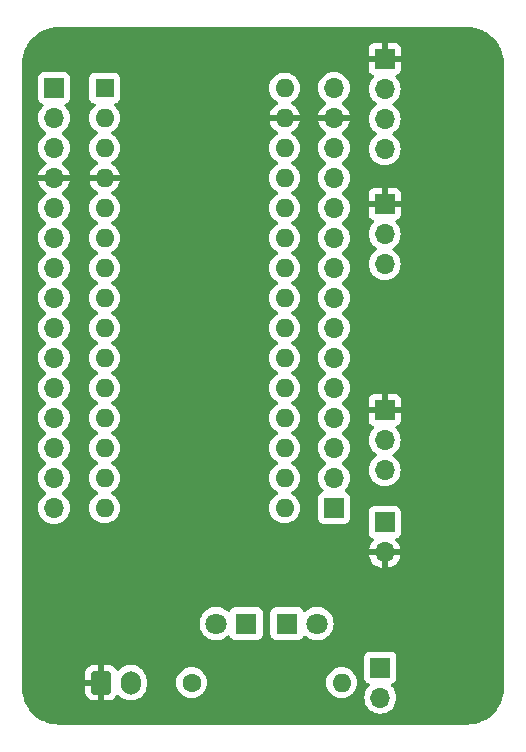
<source format=gbr>
%TF.GenerationSoftware,KiCad,Pcbnew,8.0.3*%
%TF.CreationDate,2024-09-22T14:49:30+02:00*%
%TF.ProjectId,pcb_robot,7063625f-726f-4626-9f74-2e6b69636164,rev?*%
%TF.SameCoordinates,Original*%
%TF.FileFunction,Copper,L2,Bot*%
%TF.FilePolarity,Positive*%
%FSLAX46Y46*%
G04 Gerber Fmt 4.6, Leading zero omitted, Abs format (unit mm)*
G04 Created by KiCad (PCBNEW 8.0.3) date 2024-09-22 14:49:30*
%MOMM*%
%LPD*%
G01*
G04 APERTURE LIST*
G04 Aperture macros list*
%AMRoundRect*
0 Rectangle with rounded corners*
0 $1 Rounding radius*
0 $2 $3 $4 $5 $6 $7 $8 $9 X,Y pos of 4 corners*
0 Add a 4 corners polygon primitive as box body*
4,1,4,$2,$3,$4,$5,$6,$7,$8,$9,$2,$3,0*
0 Add four circle primitives for the rounded corners*
1,1,$1+$1,$2,$3*
1,1,$1+$1,$4,$5*
1,1,$1+$1,$6,$7*
1,1,$1+$1,$8,$9*
0 Add four rect primitives between the rounded corners*
20,1,$1+$1,$2,$3,$4,$5,0*
20,1,$1+$1,$4,$5,$6,$7,0*
20,1,$1+$1,$6,$7,$8,$9,0*
20,1,$1+$1,$8,$9,$2,$3,0*%
G04 Aperture macros list end*
%TA.AperFunction,ComponentPad*%
%ADD10R,1.700000X1.700000*%
%TD*%
%TA.AperFunction,ComponentPad*%
%ADD11O,1.700000X1.700000*%
%TD*%
%TA.AperFunction,ComponentPad*%
%ADD12RoundRect,0.250000X-0.600000X-0.750000X0.600000X-0.750000X0.600000X0.750000X-0.600000X0.750000X0*%
%TD*%
%TA.AperFunction,ComponentPad*%
%ADD13O,1.700000X2.000000*%
%TD*%
%TA.AperFunction,ComponentPad*%
%ADD14R,1.800000X1.800000*%
%TD*%
%TA.AperFunction,ComponentPad*%
%ADD15C,1.800000*%
%TD*%
%TA.AperFunction,ComponentPad*%
%ADD16C,1.600000*%
%TD*%
%TA.AperFunction,ComponentPad*%
%ADD17O,1.600000X1.600000*%
%TD*%
%TA.AperFunction,ComponentPad*%
%ADD18R,1.600000X1.600000*%
%TD*%
G04 APERTURE END LIST*
D10*
%TO.P,J7,1,Pin_1*%
%TO.N,GND*%
X158000000Y-59200000D03*
D11*
%TO.P,J7,2,Pin_2*%
%TO.N,+5V*%
X158000000Y-61740000D03*
%TO.P,J7,3,Pin_3*%
%TO.N,D5*%
X158000000Y-64280000D03*
%TO.P,J7,4,Pin_4*%
%TO.N,D4*%
X158000000Y-66820000D03*
%TD*%
D12*
%TO.P,J5,1,Pin_1*%
%TO.N,GND*%
X134000000Y-112000000D03*
D13*
%TO.P,J5,2,Pin_2*%
%TO.N,Net-(J5-Pin_2)*%
X136500000Y-112000000D03*
%TD*%
D14*
%TO.P,D1,1,K*%
%TO.N,Net-(D1-K)*%
X149730000Y-107000000D03*
D15*
%TO.P,D1,2,A*%
%TO.N,D10*%
X152270000Y-107000000D03*
%TD*%
D10*
%TO.P,J6,1,Pin_1*%
%TO.N,D13*%
X158003632Y-98430000D03*
D11*
%TO.P,J6,2,Pin_2*%
%TO.N,GND*%
X158003632Y-100970000D03*
%TD*%
D10*
%TO.P,J2,1,Pin_1*%
%TO.N,GND*%
X158000000Y-88920000D03*
D11*
%TO.P,J2,2,Pin_2*%
%TO.N,VIN*%
X158000000Y-91460000D03*
%TO.P,J2,3,Pin_3*%
%TO.N,A0*%
X158000000Y-94000000D03*
%TD*%
D10*
%TO.P,J4,1,Pin_1*%
%TO.N,VIN*%
X157625000Y-110725000D03*
D11*
%TO.P,J4,2,Pin_2*%
%TO.N,Net-(J4-Pin_2)*%
X157625000Y-113265000D03*
%TD*%
D10*
%TO.P,J9,1,Pin_1*%
%TO.N,D13*%
X153703632Y-97200000D03*
D11*
%TO.P,J9,2,Pin_2*%
%TO.N,+3.3V*%
X153703632Y-94660000D03*
%TO.P,J9,3,Pin_3*%
%TO.N,AREF*%
X153703632Y-92120000D03*
%TO.P,J9,4,Pin_4*%
%TO.N,A0*%
X153703632Y-89580000D03*
%TO.P,J9,5,Pin_5*%
%TO.N,A1*%
X153703632Y-87040000D03*
%TO.P,J9,6,Pin_6*%
%TO.N,A2*%
X153703632Y-84500000D03*
%TO.P,J9,7,Pin_7*%
%TO.N,A3*%
X153703632Y-81960000D03*
%TO.P,J9,8,Pin_8*%
%TO.N,A4*%
X153703632Y-79420000D03*
%TO.P,J9,9,Pin_9*%
%TO.N,A5*%
X153703632Y-76880000D03*
%TO.P,J9,10,Pin_10*%
%TO.N,A6*%
X153703632Y-74340000D03*
%TO.P,J9,11,Pin_11*%
%TO.N,A7*%
X153703632Y-71800000D03*
%TO.P,J9,12,Pin_12*%
%TO.N,+5V*%
X153703632Y-69260000D03*
%TO.P,J9,13,Pin_13*%
%TO.N,RESET*%
X153703632Y-66720000D03*
%TO.P,J9,14,Pin_14*%
%TO.N,GND*%
X153703632Y-64180000D03*
%TO.P,J9,15,Pin_15*%
%TO.N,VIN*%
X153703632Y-61640000D03*
%TD*%
D10*
%TO.P,J10,1,Pin_1*%
%TO.N,D1*%
X130000000Y-61640000D03*
D11*
%TO.P,J10,2,Pin_2*%
%TO.N,D0*%
X130000000Y-64180000D03*
%TO.P,J10,3,Pin_3*%
%TO.N,RESET*%
X130000000Y-66720000D03*
%TO.P,J10,4,Pin_4*%
%TO.N,GND*%
X130000000Y-69260000D03*
%TO.P,J10,5,Pin_5*%
%TO.N,D2*%
X130000000Y-71800000D03*
%TO.P,J10,6,Pin_6*%
%TO.N,D3*%
X130000000Y-74340000D03*
%TO.P,J10,7,Pin_7*%
%TO.N,D4*%
X130000000Y-76880000D03*
%TO.P,J10,8,Pin_8*%
%TO.N,D5*%
X130000000Y-79420000D03*
%TO.P,J10,9,Pin_9*%
%TO.N,D6*%
X130000000Y-81960000D03*
%TO.P,J10,10,Pin_10*%
%TO.N,D7*%
X130000000Y-84500000D03*
%TO.P,J10,11,Pin_11*%
%TO.N,D8*%
X130000000Y-87040000D03*
%TO.P,J10,12,Pin_12*%
%TO.N,D9*%
X130000000Y-89580000D03*
%TO.P,J10,13,Pin_13*%
%TO.N,D10*%
X130000000Y-92120000D03*
%TO.P,J10,14,Pin_14*%
%TO.N,D11*%
X130000000Y-94660000D03*
%TO.P,J10,15,Pin_15*%
%TO.N,D12*%
X130000000Y-97200000D03*
%TD*%
D14*
%TO.P,D2,1,K*%
%TO.N,Net-(D1-K)*%
X146270000Y-107000000D03*
D15*
%TO.P,D2,2,A*%
%TO.N,D11*%
X143730000Y-107000000D03*
%TD*%
D16*
%TO.P,F1,1*%
%TO.N,Net-(J5-Pin_2)*%
X141650000Y-112000000D03*
D17*
%TO.P,F1,2*%
%TO.N,Net-(J4-Pin_2)*%
X154350000Y-112000000D03*
%TD*%
D10*
%TO.P,J3,1,Pin_1*%
%TO.N,GND*%
X158000000Y-71475000D03*
D11*
%TO.P,J3,2,Pin_2*%
%TO.N,VIN*%
X158000000Y-74015000D03*
%TO.P,J3,3,Pin_3*%
%TO.N,A1*%
X158000000Y-76555000D03*
%TD*%
D18*
%TO.P,A1,1,D1/TX*%
%TO.N,D1*%
X134290000Y-61650000D03*
D17*
%TO.P,A1,2,D0/RX*%
%TO.N,D0*%
X134290000Y-64190000D03*
%TO.P,A1,3,~{RESET}*%
%TO.N,RESET*%
X134290000Y-66730000D03*
%TO.P,A1,4,GND*%
%TO.N,GND*%
X134290000Y-69270000D03*
%TO.P,A1,5,D2*%
%TO.N,D2*%
X134290000Y-71810000D03*
%TO.P,A1,6,D3*%
%TO.N,D3*%
X134290000Y-74350000D03*
%TO.P,A1,7,D4*%
%TO.N,D4*%
X134290000Y-76890000D03*
%TO.P,A1,8,D5*%
%TO.N,D5*%
X134290000Y-79430000D03*
%TO.P,A1,9,D6*%
%TO.N,D6*%
X134290000Y-81970000D03*
%TO.P,A1,10,D7*%
%TO.N,D7*%
X134290000Y-84510000D03*
%TO.P,A1,11,D8*%
%TO.N,D8*%
X134290000Y-87050000D03*
%TO.P,A1,12,D9*%
%TO.N,D9*%
X134290000Y-89590000D03*
%TO.P,A1,13,D10*%
%TO.N,D10*%
X134290000Y-92130000D03*
%TO.P,A1,14,D11*%
%TO.N,D11*%
X134290000Y-94670000D03*
%TO.P,A1,15,D12*%
%TO.N,D12*%
X134290000Y-97210000D03*
%TO.P,A1,16,D13*%
%TO.N,D13*%
X149530000Y-97210000D03*
%TO.P,A1,17,3V3*%
%TO.N,+3.3V*%
X149530000Y-94670000D03*
%TO.P,A1,18,AREF*%
%TO.N,AREF*%
X149530000Y-92130000D03*
%TO.P,A1,19,A0*%
%TO.N,A0*%
X149530000Y-89590000D03*
%TO.P,A1,20,A1*%
%TO.N,A1*%
X149530000Y-87050000D03*
%TO.P,A1,21,A2*%
%TO.N,A2*%
X149530000Y-84510000D03*
%TO.P,A1,22,A3*%
%TO.N,A3*%
X149530000Y-81970000D03*
%TO.P,A1,23,A4*%
%TO.N,A4*%
X149530000Y-79430000D03*
%TO.P,A1,24,A5*%
%TO.N,A5*%
X149530000Y-76890000D03*
%TO.P,A1,25,A6*%
%TO.N,A6*%
X149530000Y-74350000D03*
%TO.P,A1,26,A7*%
%TO.N,A7*%
X149530000Y-71810000D03*
%TO.P,A1,27,+5V*%
%TO.N,+5V*%
X149530000Y-69270000D03*
%TO.P,A1,28,~{RESET}*%
%TO.N,RESET*%
X149530000Y-66730000D03*
%TO.P,A1,29,GND*%
%TO.N,GND*%
X149530000Y-64190000D03*
%TO.P,A1,30,VIN*%
%TO.N,VIN*%
X149530000Y-61650000D03*
%TD*%
%TA.AperFunction,Conductor*%
%TO.N,GND*%
G36*
X165003243Y-56500669D02*
G01*
X165318038Y-56517168D01*
X165318077Y-56517170D01*
X165330985Y-56518527D01*
X165639153Y-56567336D01*
X165651837Y-56570031D01*
X165953235Y-56650791D01*
X165965565Y-56654798D01*
X166256871Y-56766620D01*
X166268706Y-56771890D01*
X166484168Y-56881674D01*
X166546721Y-56913547D01*
X166557962Y-56920037D01*
X166819638Y-57089974D01*
X166830134Y-57097600D01*
X167072617Y-57293960D01*
X167072618Y-57293961D01*
X167082264Y-57302647D01*
X167302881Y-57523268D01*
X167311566Y-57532913D01*
X167507921Y-57775395D01*
X167515550Y-57785895D01*
X167685488Y-58047580D01*
X167691978Y-58058822D01*
X167833619Y-58336817D01*
X167838897Y-58348674D01*
X167950713Y-58639974D01*
X167954724Y-58652318D01*
X168035472Y-58953688D01*
X168038171Y-58966383D01*
X168086979Y-59274565D01*
X168088335Y-59287475D01*
X168104880Y-59603279D01*
X168105050Y-59609766D01*
X168105050Y-59681423D01*
X168105051Y-59681436D01*
X168105051Y-112447245D01*
X168104881Y-112453735D01*
X168088381Y-112768572D01*
X168087024Y-112781479D01*
X168038217Y-113089644D01*
X168035519Y-113102340D01*
X167954762Y-113403731D01*
X167950751Y-113416075D01*
X167838938Y-113707360D01*
X167833659Y-113719218D01*
X167692003Y-113997235D01*
X167685513Y-114008475D01*
X167515583Y-114270146D01*
X167507954Y-114280647D01*
X167311592Y-114523134D01*
X167302907Y-114532779D01*
X167082285Y-114753401D01*
X167072640Y-114762086D01*
X166830153Y-114958449D01*
X166819653Y-114966078D01*
X166739650Y-115018032D01*
X166557975Y-115136014D01*
X166546742Y-115142500D01*
X166268729Y-115284154D01*
X166256871Y-115289433D01*
X165965582Y-115401248D01*
X165953239Y-115405259D01*
X165651849Y-115486017D01*
X165639153Y-115488715D01*
X165330988Y-115537523D01*
X165318080Y-115538880D01*
X165003435Y-115555371D01*
X164996945Y-115555541D01*
X130467944Y-115555541D01*
X130467928Y-115555540D01*
X130397684Y-115555540D01*
X130391196Y-115555370D01*
X130076374Y-115538875D01*
X130063465Y-115537519D01*
X129755284Y-115488711D01*
X129742588Y-115486012D01*
X129441209Y-115405260D01*
X129428865Y-115401249D01*
X129137583Y-115289437D01*
X129125725Y-115284158D01*
X128990164Y-115215086D01*
X128847706Y-115142500D01*
X128836487Y-115136023D01*
X128574800Y-114966082D01*
X128564302Y-114958454D01*
X128321821Y-114762094D01*
X128312175Y-114753408D01*
X128091557Y-114532786D01*
X128082872Y-114523141D01*
X128024167Y-114450645D01*
X127886508Y-114280647D01*
X127878890Y-114270161D01*
X127708954Y-114008473D01*
X127702468Y-113997239D01*
X127560821Y-113719228D01*
X127555542Y-113707370D01*
X127476103Y-113500413D01*
X127443731Y-113416075D01*
X127439724Y-113403742D01*
X127423266Y-113342315D01*
X127358975Y-113102353D01*
X127356277Y-113089657D01*
X127344738Y-113016791D01*
X127307472Y-112781470D01*
X127306119Y-112768588D01*
X127292921Y-112516601D01*
X127289568Y-112452576D01*
X127289398Y-112446087D01*
X127289400Y-112384613D01*
X127289398Y-112384608D01*
X127289399Y-112377029D01*
X127289398Y-112376995D01*
X127289398Y-111200013D01*
X132650000Y-111200013D01*
X132650000Y-111750000D01*
X133566988Y-111750000D01*
X133534075Y-111807007D01*
X133500000Y-111934174D01*
X133500000Y-112065826D01*
X133534075Y-112192993D01*
X133566988Y-112250000D01*
X132650001Y-112250000D01*
X132650001Y-112799986D01*
X132660494Y-112902697D01*
X132715641Y-113069119D01*
X132715643Y-113069124D01*
X132807684Y-113218345D01*
X132931654Y-113342315D01*
X133080875Y-113434356D01*
X133080880Y-113434358D01*
X133247302Y-113489505D01*
X133247309Y-113489506D01*
X133350019Y-113499999D01*
X133749999Y-113499999D01*
X133750000Y-113499998D01*
X133750000Y-112433012D01*
X133807007Y-112465925D01*
X133934174Y-112500000D01*
X134065826Y-112500000D01*
X134192993Y-112465925D01*
X134250000Y-112433012D01*
X134250000Y-113499999D01*
X134649972Y-113499999D01*
X134649986Y-113499998D01*
X134752697Y-113489505D01*
X134919119Y-113434358D01*
X134919124Y-113434356D01*
X135068345Y-113342315D01*
X135192317Y-113218343D01*
X135287815Y-113063516D01*
X135339763Y-113016791D01*
X135408725Y-113005568D01*
X135472808Y-113033412D01*
X135481035Y-113040931D01*
X135620213Y-113180109D01*
X135792179Y-113305048D01*
X135792181Y-113305049D01*
X135792184Y-113305051D01*
X135981588Y-113401557D01*
X136183757Y-113467246D01*
X136393713Y-113500500D01*
X136393714Y-113500500D01*
X136606286Y-113500500D01*
X136606287Y-113500500D01*
X136816243Y-113467246D01*
X137018412Y-113401557D01*
X137207816Y-113305051D01*
X137262943Y-113264999D01*
X137379786Y-113180109D01*
X137379788Y-113180106D01*
X137379792Y-113180104D01*
X137530104Y-113029792D01*
X137530106Y-113029788D01*
X137530109Y-113029786D01*
X137655048Y-112857820D01*
X137655047Y-112857820D01*
X137655051Y-112857816D01*
X137751557Y-112668412D01*
X137817246Y-112466243D01*
X137850500Y-112256287D01*
X137850500Y-111999998D01*
X140344532Y-111999998D01*
X140344532Y-112000001D01*
X140364364Y-112226686D01*
X140364366Y-112226697D01*
X140423258Y-112446488D01*
X140423261Y-112446497D01*
X140519431Y-112652732D01*
X140519432Y-112652734D01*
X140649954Y-112839141D01*
X140810858Y-113000045D01*
X140810861Y-113000047D01*
X140997266Y-113130568D01*
X141203504Y-113226739D01*
X141423308Y-113285635D01*
X141585230Y-113299801D01*
X141649998Y-113305468D01*
X141650000Y-113305468D01*
X141650002Y-113305468D01*
X141706673Y-113300509D01*
X141876692Y-113285635D01*
X142096496Y-113226739D01*
X142302734Y-113130568D01*
X142489139Y-113000047D01*
X142650047Y-112839139D01*
X142780568Y-112652734D01*
X142876739Y-112446496D01*
X142935635Y-112226692D01*
X142952634Y-112032384D01*
X142955468Y-112000001D01*
X142955468Y-111999998D01*
X153044532Y-111999998D01*
X153044532Y-112000001D01*
X153064364Y-112226686D01*
X153064366Y-112226697D01*
X153123258Y-112446488D01*
X153123261Y-112446497D01*
X153219431Y-112652732D01*
X153219432Y-112652734D01*
X153349954Y-112839141D01*
X153510858Y-113000045D01*
X153510861Y-113000047D01*
X153697266Y-113130568D01*
X153903504Y-113226739D01*
X154123308Y-113285635D01*
X154285230Y-113299801D01*
X154349998Y-113305468D01*
X154350000Y-113305468D01*
X154350002Y-113305468D01*
X154406673Y-113300509D01*
X154576692Y-113285635D01*
X154653707Y-113264999D01*
X156269341Y-113264999D01*
X156269341Y-113265000D01*
X156289936Y-113500403D01*
X156289938Y-113500413D01*
X156351094Y-113728655D01*
X156351096Y-113728659D01*
X156351097Y-113728663D01*
X156364191Y-113756743D01*
X156450965Y-113942830D01*
X156450967Y-113942834D01*
X156559281Y-114097521D01*
X156586505Y-114136401D01*
X156753599Y-114303495D01*
X156850384Y-114371265D01*
X156947165Y-114439032D01*
X156947167Y-114439033D01*
X156947170Y-114439035D01*
X157161337Y-114538903D01*
X157389592Y-114600063D01*
X157577918Y-114616539D01*
X157624999Y-114620659D01*
X157625000Y-114620659D01*
X157625001Y-114620659D01*
X157664234Y-114617226D01*
X157860408Y-114600063D01*
X158088663Y-114538903D01*
X158302830Y-114439035D01*
X158496401Y-114303495D01*
X158663495Y-114136401D01*
X158799035Y-113942830D01*
X158898903Y-113728663D01*
X158960063Y-113500408D01*
X158980659Y-113265000D01*
X158960063Y-113029592D01*
X158898903Y-112801337D01*
X158799035Y-112587171D01*
X158749468Y-112516382D01*
X158663496Y-112393600D01*
X158646891Y-112376995D01*
X158541567Y-112271671D01*
X158508084Y-112210351D01*
X158513068Y-112140659D01*
X158554939Y-112084725D01*
X158585915Y-112067810D01*
X158717331Y-112018796D01*
X158832546Y-111932546D01*
X158918796Y-111817331D01*
X158969091Y-111682483D01*
X158975500Y-111622873D01*
X158975499Y-109827128D01*
X158969091Y-109767517D01*
X158918796Y-109632669D01*
X158918795Y-109632668D01*
X158918793Y-109632664D01*
X158832547Y-109517455D01*
X158832544Y-109517452D01*
X158717335Y-109431206D01*
X158717328Y-109431202D01*
X158582482Y-109380908D01*
X158582483Y-109380908D01*
X158522883Y-109374501D01*
X158522881Y-109374500D01*
X158522873Y-109374500D01*
X158522864Y-109374500D01*
X156727129Y-109374500D01*
X156727123Y-109374501D01*
X156667516Y-109380908D01*
X156532671Y-109431202D01*
X156532664Y-109431206D01*
X156417455Y-109517452D01*
X156417452Y-109517455D01*
X156331206Y-109632664D01*
X156331202Y-109632671D01*
X156280908Y-109767517D01*
X156274501Y-109827116D01*
X156274501Y-109827123D01*
X156274500Y-109827135D01*
X156274500Y-111622870D01*
X156274501Y-111622876D01*
X156280908Y-111682483D01*
X156331202Y-111817328D01*
X156331206Y-111817335D01*
X156417452Y-111932544D01*
X156417455Y-111932547D01*
X156532664Y-112018793D01*
X156532671Y-112018797D01*
X156664081Y-112067810D01*
X156720015Y-112109681D01*
X156744432Y-112175145D01*
X156729580Y-112243418D01*
X156708430Y-112271673D01*
X156586503Y-112393600D01*
X156450965Y-112587169D01*
X156450964Y-112587171D01*
X156351098Y-112801335D01*
X156351094Y-112801344D01*
X156289938Y-113029586D01*
X156289936Y-113029596D01*
X156269341Y-113264999D01*
X154653707Y-113264999D01*
X154796496Y-113226739D01*
X155002734Y-113130568D01*
X155189139Y-113000047D01*
X155350047Y-112839139D01*
X155480568Y-112652734D01*
X155576739Y-112446496D01*
X155635635Y-112226692D01*
X155652634Y-112032384D01*
X155655468Y-112000001D01*
X155655468Y-111999998D01*
X155639487Y-111817335D01*
X155635635Y-111773308D01*
X155576739Y-111553504D01*
X155480568Y-111347266D01*
X155350047Y-111160861D01*
X155350045Y-111160858D01*
X155189141Y-110999954D01*
X155002734Y-110869432D01*
X155002732Y-110869431D01*
X154796497Y-110773261D01*
X154796488Y-110773258D01*
X154576697Y-110714366D01*
X154576693Y-110714365D01*
X154576692Y-110714365D01*
X154576691Y-110714364D01*
X154576686Y-110714364D01*
X154350002Y-110694532D01*
X154349998Y-110694532D01*
X154123313Y-110714364D01*
X154123302Y-110714366D01*
X153903511Y-110773258D01*
X153903502Y-110773261D01*
X153697267Y-110869431D01*
X153697265Y-110869432D01*
X153510858Y-110999954D01*
X153349954Y-111160858D01*
X153219432Y-111347265D01*
X153219431Y-111347267D01*
X153123261Y-111553502D01*
X153123258Y-111553511D01*
X153064366Y-111773302D01*
X153064364Y-111773313D01*
X153044532Y-111999998D01*
X142955468Y-111999998D01*
X142939487Y-111817335D01*
X142935635Y-111773308D01*
X142876739Y-111553504D01*
X142780568Y-111347266D01*
X142650047Y-111160861D01*
X142650045Y-111160858D01*
X142489141Y-110999954D01*
X142302734Y-110869432D01*
X142302732Y-110869431D01*
X142096497Y-110773261D01*
X142096488Y-110773258D01*
X141876697Y-110714366D01*
X141876693Y-110714365D01*
X141876692Y-110714365D01*
X141876691Y-110714364D01*
X141876686Y-110714364D01*
X141650002Y-110694532D01*
X141649998Y-110694532D01*
X141423313Y-110714364D01*
X141423302Y-110714366D01*
X141203511Y-110773258D01*
X141203502Y-110773261D01*
X140997267Y-110869431D01*
X140997265Y-110869432D01*
X140810858Y-110999954D01*
X140649954Y-111160858D01*
X140519432Y-111347265D01*
X140519431Y-111347267D01*
X140423261Y-111553502D01*
X140423258Y-111553511D01*
X140364366Y-111773302D01*
X140364364Y-111773313D01*
X140344532Y-111999998D01*
X137850500Y-111999998D01*
X137850500Y-111743713D01*
X137817246Y-111533757D01*
X137751557Y-111331588D01*
X137655051Y-111142184D01*
X137655049Y-111142181D01*
X137655048Y-111142179D01*
X137530109Y-110970213D01*
X137379786Y-110819890D01*
X137207820Y-110694951D01*
X137018414Y-110598444D01*
X137018413Y-110598443D01*
X137018412Y-110598443D01*
X136816243Y-110532754D01*
X136816241Y-110532753D01*
X136816240Y-110532753D01*
X136654957Y-110507208D01*
X136606287Y-110499500D01*
X136393713Y-110499500D01*
X136345042Y-110507208D01*
X136183760Y-110532753D01*
X135981585Y-110598444D01*
X135792179Y-110694951D01*
X135620215Y-110819889D01*
X135481035Y-110959069D01*
X135419712Y-110992553D01*
X135350020Y-110987569D01*
X135294087Y-110945697D01*
X135287815Y-110936484D01*
X135192315Y-110781654D01*
X135068345Y-110657684D01*
X134919124Y-110565643D01*
X134919119Y-110565641D01*
X134752697Y-110510494D01*
X134752690Y-110510493D01*
X134649986Y-110500000D01*
X134250000Y-110500000D01*
X134250000Y-111566988D01*
X134192993Y-111534075D01*
X134065826Y-111500000D01*
X133934174Y-111500000D01*
X133807007Y-111534075D01*
X133750000Y-111566988D01*
X133750000Y-110500000D01*
X133350028Y-110500000D01*
X133350012Y-110500001D01*
X133247302Y-110510494D01*
X133080880Y-110565641D01*
X133080875Y-110565643D01*
X132931654Y-110657684D01*
X132807684Y-110781654D01*
X132715643Y-110930875D01*
X132715641Y-110930880D01*
X132660494Y-111097302D01*
X132660493Y-111097309D01*
X132650000Y-111200013D01*
X127289398Y-111200013D01*
X127289398Y-106999993D01*
X142324700Y-106999993D01*
X142324700Y-107000006D01*
X142343864Y-107231297D01*
X142343866Y-107231308D01*
X142400842Y-107456300D01*
X142494075Y-107668848D01*
X142621016Y-107863147D01*
X142621019Y-107863151D01*
X142621021Y-107863153D01*
X142778216Y-108033913D01*
X142778219Y-108033915D01*
X142778222Y-108033918D01*
X142961365Y-108176464D01*
X142961371Y-108176468D01*
X142961374Y-108176470D01*
X143165497Y-108286936D01*
X143279487Y-108326068D01*
X143385015Y-108362297D01*
X143385017Y-108362297D01*
X143385019Y-108362298D01*
X143613951Y-108400500D01*
X143613952Y-108400500D01*
X143846048Y-108400500D01*
X143846049Y-108400500D01*
X144074981Y-108362298D01*
X144294503Y-108286936D01*
X144498626Y-108176470D01*
X144681784Y-108033913D01*
X144690130Y-108024846D01*
X144750010Y-107988854D01*
X144819849Y-107990949D01*
X144877468Y-108030469D01*
X144897544Y-108065491D01*
X144926203Y-108142330D01*
X144926206Y-108142335D01*
X145012452Y-108257544D01*
X145012455Y-108257547D01*
X145127664Y-108343793D01*
X145127671Y-108343797D01*
X145262517Y-108394091D01*
X145262516Y-108394091D01*
X145269444Y-108394835D01*
X145322127Y-108400500D01*
X147217872Y-108400499D01*
X147277483Y-108394091D01*
X147412331Y-108343796D01*
X147527546Y-108257546D01*
X147613796Y-108142331D01*
X147664091Y-108007483D01*
X147670500Y-107947873D01*
X147670499Y-106052135D01*
X148329500Y-106052135D01*
X148329500Y-107947870D01*
X148329501Y-107947876D01*
X148335908Y-108007483D01*
X148386202Y-108142328D01*
X148386206Y-108142335D01*
X148472452Y-108257544D01*
X148472455Y-108257547D01*
X148587664Y-108343793D01*
X148587671Y-108343797D01*
X148722517Y-108394091D01*
X148722516Y-108394091D01*
X148729444Y-108394835D01*
X148782127Y-108400500D01*
X150677872Y-108400499D01*
X150737483Y-108394091D01*
X150872331Y-108343796D01*
X150987546Y-108257546D01*
X151073796Y-108142331D01*
X151102455Y-108065493D01*
X151144326Y-108009559D01*
X151209790Y-107985141D01*
X151278063Y-107999992D01*
X151309866Y-108024843D01*
X151315046Y-108030469D01*
X151318215Y-108033912D01*
X151318222Y-108033918D01*
X151501365Y-108176464D01*
X151501371Y-108176468D01*
X151501374Y-108176470D01*
X151705497Y-108286936D01*
X151819487Y-108326068D01*
X151925015Y-108362297D01*
X151925017Y-108362297D01*
X151925019Y-108362298D01*
X152153951Y-108400500D01*
X152153952Y-108400500D01*
X152386048Y-108400500D01*
X152386049Y-108400500D01*
X152614981Y-108362298D01*
X152834503Y-108286936D01*
X153038626Y-108176470D01*
X153221784Y-108033913D01*
X153378979Y-107863153D01*
X153505924Y-107668849D01*
X153599157Y-107456300D01*
X153656134Y-107231305D01*
X153675300Y-107000000D01*
X153675300Y-106999993D01*
X153656135Y-106768702D01*
X153656133Y-106768691D01*
X153599157Y-106543699D01*
X153505924Y-106331151D01*
X153378983Y-106136852D01*
X153378980Y-106136849D01*
X153378979Y-106136847D01*
X153221784Y-105966087D01*
X153221779Y-105966083D01*
X153221777Y-105966081D01*
X153038634Y-105823535D01*
X153038628Y-105823531D01*
X152834504Y-105713064D01*
X152834495Y-105713061D01*
X152614984Y-105637702D01*
X152424450Y-105605908D01*
X152386049Y-105599500D01*
X152153951Y-105599500D01*
X152115550Y-105605908D01*
X151925015Y-105637702D01*
X151705504Y-105713061D01*
X151705495Y-105713064D01*
X151501371Y-105823531D01*
X151501365Y-105823535D01*
X151318222Y-105966081D01*
X151318218Y-105966085D01*
X151318216Y-105966086D01*
X151318216Y-105966087D01*
X151309870Y-105975154D01*
X151309866Y-105975158D01*
X151249979Y-106011148D01*
X151180141Y-106009047D01*
X151122525Y-105969522D01*
X151102455Y-105934507D01*
X151073797Y-105857671D01*
X151073793Y-105857664D01*
X150987547Y-105742455D01*
X150987544Y-105742452D01*
X150872335Y-105656206D01*
X150872328Y-105656202D01*
X150737482Y-105605908D01*
X150737483Y-105605908D01*
X150677883Y-105599501D01*
X150677881Y-105599500D01*
X150677873Y-105599500D01*
X150677864Y-105599500D01*
X148782129Y-105599500D01*
X148782123Y-105599501D01*
X148722516Y-105605908D01*
X148587671Y-105656202D01*
X148587664Y-105656206D01*
X148472455Y-105742452D01*
X148472452Y-105742455D01*
X148386206Y-105857664D01*
X148386202Y-105857671D01*
X148335908Y-105992517D01*
X148329501Y-106052116D01*
X148329501Y-106052123D01*
X148329500Y-106052135D01*
X147670499Y-106052135D01*
X147670499Y-106052128D01*
X147664091Y-105992517D01*
X147655514Y-105969522D01*
X147613797Y-105857671D01*
X147613793Y-105857664D01*
X147527547Y-105742455D01*
X147527544Y-105742452D01*
X147412335Y-105656206D01*
X147412328Y-105656202D01*
X147277482Y-105605908D01*
X147277483Y-105605908D01*
X147217883Y-105599501D01*
X147217881Y-105599500D01*
X147217873Y-105599500D01*
X147217864Y-105599500D01*
X145322129Y-105599500D01*
X145322123Y-105599501D01*
X145262516Y-105605908D01*
X145127671Y-105656202D01*
X145127664Y-105656206D01*
X145012455Y-105742452D01*
X145012452Y-105742455D01*
X144926206Y-105857664D01*
X144926203Y-105857670D01*
X144897544Y-105934508D01*
X144855672Y-105990441D01*
X144790208Y-106014858D01*
X144721935Y-106000006D01*
X144690135Y-105975158D01*
X144681784Y-105966087D01*
X144681778Y-105966082D01*
X144681777Y-105966081D01*
X144498634Y-105823535D01*
X144498628Y-105823531D01*
X144294504Y-105713064D01*
X144294495Y-105713061D01*
X144074984Y-105637702D01*
X143884450Y-105605908D01*
X143846049Y-105599500D01*
X143613951Y-105599500D01*
X143575550Y-105605908D01*
X143385015Y-105637702D01*
X143165504Y-105713061D01*
X143165495Y-105713064D01*
X142961371Y-105823531D01*
X142961365Y-105823535D01*
X142778222Y-105966081D01*
X142778219Y-105966084D01*
X142778216Y-105966086D01*
X142778216Y-105966087D01*
X142738669Y-106009047D01*
X142621016Y-106136852D01*
X142494075Y-106331151D01*
X142400842Y-106543699D01*
X142343866Y-106768691D01*
X142343864Y-106768702D01*
X142324700Y-106999993D01*
X127289398Y-106999993D01*
X127289398Y-64179999D01*
X128644341Y-64179999D01*
X128644341Y-64180000D01*
X128664936Y-64415403D01*
X128664938Y-64415413D01*
X128726094Y-64643655D01*
X128726096Y-64643659D01*
X128726097Y-64643663D01*
X128818808Y-64842482D01*
X128825965Y-64857830D01*
X128825967Y-64857834D01*
X128961501Y-65051395D01*
X128961506Y-65051402D01*
X129128597Y-65218493D01*
X129128603Y-65218498D01*
X129314158Y-65348425D01*
X129357783Y-65403002D01*
X129364977Y-65472500D01*
X129333454Y-65534855D01*
X129314158Y-65551575D01*
X129128597Y-65681505D01*
X128961505Y-65848597D01*
X128825965Y-66042169D01*
X128825964Y-66042171D01*
X128726098Y-66256335D01*
X128726094Y-66256344D01*
X128664938Y-66484586D01*
X128664936Y-66484596D01*
X128644341Y-66719999D01*
X128644341Y-66720000D01*
X128664936Y-66955403D01*
X128664938Y-66955413D01*
X128726094Y-67183655D01*
X128726096Y-67183659D01*
X128726097Y-67183663D01*
X128818925Y-67382732D01*
X128825965Y-67397830D01*
X128825967Y-67397834D01*
X128934281Y-67552521D01*
X128961505Y-67591401D01*
X129128599Y-67758495D01*
X129313398Y-67887893D01*
X129314594Y-67888730D01*
X129358219Y-67943307D01*
X129365413Y-68012805D01*
X129333890Y-68075160D01*
X129314595Y-68091880D01*
X129128922Y-68221890D01*
X129128920Y-68221891D01*
X128961891Y-68388920D01*
X128961886Y-68388926D01*
X128826400Y-68582420D01*
X128826399Y-68582422D01*
X128726570Y-68796507D01*
X128726567Y-68796513D01*
X128669364Y-69009999D01*
X128669364Y-69010000D01*
X129566988Y-69010000D01*
X129534075Y-69067007D01*
X129500000Y-69194174D01*
X129500000Y-69325826D01*
X129534075Y-69452993D01*
X129566988Y-69510000D01*
X128669364Y-69510000D01*
X128726567Y-69723486D01*
X128726570Y-69723492D01*
X128826399Y-69937578D01*
X128961894Y-70131082D01*
X129128917Y-70298105D01*
X129314595Y-70428119D01*
X129358219Y-70482696D01*
X129365412Y-70552195D01*
X129333890Y-70614549D01*
X129314595Y-70631269D01*
X129128594Y-70761508D01*
X128961505Y-70928597D01*
X128825965Y-71122169D01*
X128825964Y-71122171D01*
X128726098Y-71336335D01*
X128726094Y-71336344D01*
X128664938Y-71564586D01*
X128664936Y-71564596D01*
X128644341Y-71799999D01*
X128644341Y-71800000D01*
X128664936Y-72035403D01*
X128664938Y-72035413D01*
X128726094Y-72263655D01*
X128726096Y-72263659D01*
X128726097Y-72263663D01*
X128777001Y-72372827D01*
X128825965Y-72477830D01*
X128825967Y-72477834D01*
X128934281Y-72632521D01*
X128953060Y-72659341D01*
X128961501Y-72671395D01*
X128961506Y-72671402D01*
X129128597Y-72838493D01*
X129128603Y-72838498D01*
X129314158Y-72968425D01*
X129357783Y-73023002D01*
X129364977Y-73092500D01*
X129333454Y-73154855D01*
X129314158Y-73171575D01*
X129128597Y-73301505D01*
X128961505Y-73468597D01*
X128825965Y-73662169D01*
X128825964Y-73662171D01*
X128726098Y-73876335D01*
X128726094Y-73876344D01*
X128664938Y-74104586D01*
X128664936Y-74104596D01*
X128644341Y-74339999D01*
X128644341Y-74340000D01*
X128664936Y-74575403D01*
X128664938Y-74575413D01*
X128726094Y-74803655D01*
X128726096Y-74803659D01*
X128726097Y-74803663D01*
X128764679Y-74886402D01*
X128825965Y-75017830D01*
X128825967Y-75017834D01*
X128934281Y-75172521D01*
X128953623Y-75200145D01*
X128961501Y-75211395D01*
X128961506Y-75211402D01*
X129128597Y-75378493D01*
X129128603Y-75378498D01*
X129314158Y-75508425D01*
X129357783Y-75563002D01*
X129364977Y-75632500D01*
X129333454Y-75694855D01*
X129314158Y-75711575D01*
X129128597Y-75841505D01*
X128961505Y-76008597D01*
X128825965Y-76202169D01*
X128825964Y-76202171D01*
X128726098Y-76416335D01*
X128726094Y-76416344D01*
X128664938Y-76644586D01*
X128664936Y-76644596D01*
X128644341Y-76879999D01*
X128644341Y-76880000D01*
X128664936Y-77115403D01*
X128664938Y-77115413D01*
X128726094Y-77343655D01*
X128726096Y-77343659D01*
X128726097Y-77343663D01*
X128764679Y-77426402D01*
X128825965Y-77557830D01*
X128825967Y-77557834D01*
X128934281Y-77712521D01*
X128945843Y-77729034D01*
X128961501Y-77751395D01*
X128961506Y-77751402D01*
X129128597Y-77918493D01*
X129128603Y-77918498D01*
X129314158Y-78048425D01*
X129357783Y-78103002D01*
X129364977Y-78172500D01*
X129333454Y-78234855D01*
X129314158Y-78251575D01*
X129128597Y-78381505D01*
X128961505Y-78548597D01*
X128825965Y-78742169D01*
X128825964Y-78742171D01*
X128726098Y-78956335D01*
X128726094Y-78956344D01*
X128664938Y-79184586D01*
X128664936Y-79184596D01*
X128644341Y-79419999D01*
X128644341Y-79420000D01*
X128664936Y-79655403D01*
X128664938Y-79655413D01*
X128726094Y-79883655D01*
X128726096Y-79883659D01*
X128726097Y-79883663D01*
X128818925Y-80082732D01*
X128825965Y-80097830D01*
X128825967Y-80097834D01*
X128961501Y-80291395D01*
X128961506Y-80291402D01*
X129128597Y-80458493D01*
X129128603Y-80458498D01*
X129314158Y-80588425D01*
X129357783Y-80643002D01*
X129364977Y-80712500D01*
X129333454Y-80774855D01*
X129314158Y-80791575D01*
X129128597Y-80921505D01*
X128961505Y-81088597D01*
X128825965Y-81282169D01*
X128825964Y-81282171D01*
X128726098Y-81496335D01*
X128726094Y-81496344D01*
X128664938Y-81724586D01*
X128664936Y-81724596D01*
X128644341Y-81959999D01*
X128644341Y-81960000D01*
X128664936Y-82195403D01*
X128664938Y-82195413D01*
X128726094Y-82423655D01*
X128726096Y-82423659D01*
X128726097Y-82423663D01*
X128818925Y-82622732D01*
X128825965Y-82637830D01*
X128825967Y-82637834D01*
X128961501Y-82831395D01*
X128961506Y-82831402D01*
X129128597Y-82998493D01*
X129128603Y-82998498D01*
X129314158Y-83128425D01*
X129357783Y-83183002D01*
X129364977Y-83252500D01*
X129333454Y-83314855D01*
X129314158Y-83331575D01*
X129128597Y-83461505D01*
X128961505Y-83628597D01*
X128825965Y-83822169D01*
X128825964Y-83822171D01*
X128726098Y-84036335D01*
X128726094Y-84036344D01*
X128664938Y-84264586D01*
X128664936Y-84264596D01*
X128644341Y-84499999D01*
X128644341Y-84500000D01*
X128664936Y-84735403D01*
X128664938Y-84735413D01*
X128726094Y-84963655D01*
X128726096Y-84963659D01*
X128726097Y-84963663D01*
X128818925Y-85162732D01*
X128825965Y-85177830D01*
X128825967Y-85177834D01*
X128961501Y-85371395D01*
X128961506Y-85371402D01*
X129128597Y-85538493D01*
X129128603Y-85538498D01*
X129314158Y-85668425D01*
X129357783Y-85723002D01*
X129364977Y-85792500D01*
X129333454Y-85854855D01*
X129314158Y-85871575D01*
X129128597Y-86001505D01*
X128961505Y-86168597D01*
X128825965Y-86362169D01*
X128825964Y-86362171D01*
X128726098Y-86576335D01*
X128726094Y-86576344D01*
X128664938Y-86804586D01*
X128664936Y-86804596D01*
X128644341Y-87039999D01*
X128644341Y-87040000D01*
X128664936Y-87275403D01*
X128664938Y-87275413D01*
X128726094Y-87503655D01*
X128726096Y-87503659D01*
X128726097Y-87503663D01*
X128818925Y-87702732D01*
X128825965Y-87717830D01*
X128825967Y-87717834D01*
X128961501Y-87911395D01*
X128961506Y-87911402D01*
X129128597Y-88078493D01*
X129128603Y-88078498D01*
X129314158Y-88208425D01*
X129357783Y-88263002D01*
X129364977Y-88332500D01*
X129333454Y-88394855D01*
X129314158Y-88411575D01*
X129128597Y-88541505D01*
X128961505Y-88708597D01*
X128825965Y-88902169D01*
X128825964Y-88902171D01*
X128726098Y-89116335D01*
X128726094Y-89116344D01*
X128664938Y-89344586D01*
X128664936Y-89344596D01*
X128644341Y-89579999D01*
X128644341Y-89580000D01*
X128664936Y-89815403D01*
X128664938Y-89815413D01*
X128726094Y-90043655D01*
X128726096Y-90043659D01*
X128726097Y-90043663D01*
X128818925Y-90242732D01*
X128825965Y-90257830D01*
X128825967Y-90257834D01*
X128961501Y-90451395D01*
X128961506Y-90451402D01*
X129128597Y-90618493D01*
X129128603Y-90618498D01*
X129314158Y-90748425D01*
X129357783Y-90803002D01*
X129364977Y-90872500D01*
X129333454Y-90934855D01*
X129314158Y-90951575D01*
X129128597Y-91081505D01*
X128961505Y-91248597D01*
X128825965Y-91442169D01*
X128825964Y-91442171D01*
X128726098Y-91656335D01*
X128726094Y-91656344D01*
X128664938Y-91884586D01*
X128664936Y-91884596D01*
X128644341Y-92119999D01*
X128644341Y-92120000D01*
X128664936Y-92355403D01*
X128664938Y-92355413D01*
X128726094Y-92583655D01*
X128726096Y-92583659D01*
X128726097Y-92583663D01*
X128794335Y-92730000D01*
X128825965Y-92797830D01*
X128825967Y-92797834D01*
X128961501Y-92991395D01*
X128961506Y-92991402D01*
X129128597Y-93158493D01*
X129128603Y-93158498D01*
X129314158Y-93288425D01*
X129357783Y-93343002D01*
X129364977Y-93412500D01*
X129333454Y-93474855D01*
X129314158Y-93491575D01*
X129128597Y-93621505D01*
X128961505Y-93788597D01*
X128825965Y-93982169D01*
X128825964Y-93982171D01*
X128726098Y-94196335D01*
X128726094Y-94196344D01*
X128664938Y-94424586D01*
X128664936Y-94424596D01*
X128644341Y-94659999D01*
X128644341Y-94660000D01*
X128664936Y-94895403D01*
X128664938Y-94895413D01*
X128726094Y-95123655D01*
X128726096Y-95123659D01*
X128726097Y-95123663D01*
X128749586Y-95174035D01*
X128825965Y-95337830D01*
X128825967Y-95337834D01*
X128934281Y-95492521D01*
X128961501Y-95531396D01*
X128961506Y-95531402D01*
X129128597Y-95698493D01*
X129128603Y-95698498D01*
X129314158Y-95828425D01*
X129357783Y-95883002D01*
X129364977Y-95952500D01*
X129333454Y-96014855D01*
X129314158Y-96031575D01*
X129128597Y-96161505D01*
X128961505Y-96328597D01*
X128825965Y-96522169D01*
X128825964Y-96522171D01*
X128726098Y-96736335D01*
X128726094Y-96736344D01*
X128664938Y-96964586D01*
X128664936Y-96964596D01*
X128644341Y-97199999D01*
X128644341Y-97200000D01*
X128664936Y-97435403D01*
X128664938Y-97435413D01*
X128726094Y-97663655D01*
X128726096Y-97663659D01*
X128726097Y-97663663D01*
X128818925Y-97862732D01*
X128825965Y-97877830D01*
X128825967Y-97877834D01*
X128934281Y-98032521D01*
X128961505Y-98071401D01*
X129128599Y-98238495D01*
X129225384Y-98306265D01*
X129322165Y-98374032D01*
X129322167Y-98374033D01*
X129322170Y-98374035D01*
X129536337Y-98473903D01*
X129764592Y-98535063D01*
X129941034Y-98550500D01*
X129999999Y-98555659D01*
X130000000Y-98555659D01*
X130000001Y-98555659D01*
X130058966Y-98550500D01*
X130235408Y-98535063D01*
X130463663Y-98473903D01*
X130677830Y-98374035D01*
X130871401Y-98238495D01*
X131038495Y-98071401D01*
X131174035Y-97877830D01*
X131273903Y-97663663D01*
X131335063Y-97435408D01*
X131355659Y-97200000D01*
X131335063Y-96964592D01*
X131273903Y-96736337D01*
X131174035Y-96522171D01*
X131038495Y-96328599D01*
X131038494Y-96328597D01*
X130871402Y-96161506D01*
X130871396Y-96161501D01*
X130685842Y-96031575D01*
X130642217Y-95976998D01*
X130635023Y-95907500D01*
X130666546Y-95845145D01*
X130685842Y-95828425D01*
X130798054Y-95749853D01*
X130871401Y-95698495D01*
X131038495Y-95531401D01*
X131174035Y-95337830D01*
X131273903Y-95123663D01*
X131335063Y-94895408D01*
X131355659Y-94660000D01*
X131335063Y-94424592D01*
X131273903Y-94196337D01*
X131174035Y-93982171D01*
X131038495Y-93788599D01*
X131038494Y-93788597D01*
X130871402Y-93621506D01*
X130871396Y-93621501D01*
X130685842Y-93491575D01*
X130642217Y-93436998D01*
X130635023Y-93367500D01*
X130666546Y-93305145D01*
X130685842Y-93288425D01*
X130725627Y-93260567D01*
X130871401Y-93158495D01*
X131038495Y-92991401D01*
X131174035Y-92797830D01*
X131273903Y-92583663D01*
X131335063Y-92355408D01*
X131355659Y-92120000D01*
X131335063Y-91884592D01*
X131273903Y-91656337D01*
X131174035Y-91442171D01*
X131038495Y-91248599D01*
X131038494Y-91248597D01*
X130871402Y-91081506D01*
X130871396Y-91081501D01*
X130685842Y-90951575D01*
X130642217Y-90896998D01*
X130635023Y-90827500D01*
X130666546Y-90765145D01*
X130685842Y-90748425D01*
X130725627Y-90720567D01*
X130871401Y-90618495D01*
X131038495Y-90451401D01*
X131174035Y-90257830D01*
X131273903Y-90043663D01*
X131335063Y-89815408D01*
X131355659Y-89580000D01*
X131335063Y-89344592D01*
X131273903Y-89116337D01*
X131174035Y-88902171D01*
X131140428Y-88854174D01*
X131038494Y-88708597D01*
X130871402Y-88541506D01*
X130871396Y-88541501D01*
X130685842Y-88411575D01*
X130642217Y-88356998D01*
X130635023Y-88287500D01*
X130666546Y-88225145D01*
X130685842Y-88208425D01*
X130725627Y-88180567D01*
X130871401Y-88078495D01*
X131038495Y-87911401D01*
X131174035Y-87717830D01*
X131273903Y-87503663D01*
X131335063Y-87275408D01*
X131355659Y-87040000D01*
X131335063Y-86804592D01*
X131273903Y-86576337D01*
X131174035Y-86362171D01*
X131038495Y-86168599D01*
X131038494Y-86168597D01*
X130871402Y-86001506D01*
X130871396Y-86001501D01*
X130685842Y-85871575D01*
X130642217Y-85816998D01*
X130635023Y-85747500D01*
X130666546Y-85685145D01*
X130685842Y-85668425D01*
X130725627Y-85640567D01*
X130871401Y-85538495D01*
X131038495Y-85371401D01*
X131174035Y-85177830D01*
X131273903Y-84963663D01*
X131335063Y-84735408D01*
X131355659Y-84500000D01*
X131335063Y-84264592D01*
X131273903Y-84036337D01*
X131174035Y-83822171D01*
X131038495Y-83628599D01*
X131038494Y-83628597D01*
X130871402Y-83461506D01*
X130871396Y-83461501D01*
X130685842Y-83331575D01*
X130642217Y-83276998D01*
X130635023Y-83207500D01*
X130666546Y-83145145D01*
X130685842Y-83128425D01*
X130725627Y-83100567D01*
X130871401Y-82998495D01*
X131038495Y-82831401D01*
X131174035Y-82637830D01*
X131273903Y-82423663D01*
X131335063Y-82195408D01*
X131355659Y-81960000D01*
X131335063Y-81724592D01*
X131273903Y-81496337D01*
X131174035Y-81282171D01*
X131038495Y-81088599D01*
X131038494Y-81088597D01*
X130871402Y-80921506D01*
X130871396Y-80921501D01*
X130685842Y-80791575D01*
X130642217Y-80736998D01*
X130635023Y-80667500D01*
X130666546Y-80605145D01*
X130685842Y-80588425D01*
X130725627Y-80560567D01*
X130871401Y-80458495D01*
X131038495Y-80291401D01*
X131174035Y-80097830D01*
X131273903Y-79883663D01*
X131335063Y-79655408D01*
X131355659Y-79420000D01*
X131335063Y-79184592D01*
X131273903Y-78956337D01*
X131174035Y-78742171D01*
X131038495Y-78548599D01*
X131038494Y-78548597D01*
X130871402Y-78381506D01*
X130871396Y-78381501D01*
X130685842Y-78251575D01*
X130642217Y-78196998D01*
X130635023Y-78127500D01*
X130666546Y-78065145D01*
X130685842Y-78048425D01*
X130725627Y-78020567D01*
X130871401Y-77918495D01*
X131038495Y-77751401D01*
X131174035Y-77557830D01*
X131273903Y-77343663D01*
X131335063Y-77115408D01*
X131355659Y-76880000D01*
X131335063Y-76644592D01*
X131273903Y-76416337D01*
X131174035Y-76202171D01*
X131096434Y-76091344D01*
X131038494Y-76008597D01*
X130871402Y-75841506D01*
X130871396Y-75841501D01*
X130685842Y-75711575D01*
X130642217Y-75656998D01*
X130635023Y-75587500D01*
X130666546Y-75525145D01*
X130685842Y-75508425D01*
X130725627Y-75480567D01*
X130871401Y-75378495D01*
X131038495Y-75211401D01*
X131174035Y-75017830D01*
X131273903Y-74803663D01*
X131335063Y-74575408D01*
X131355659Y-74340000D01*
X131335063Y-74104592D01*
X131273903Y-73876337D01*
X131174035Y-73662171D01*
X131096434Y-73551344D01*
X131038494Y-73468597D01*
X130871402Y-73301506D01*
X130871396Y-73301501D01*
X130685842Y-73171575D01*
X130642217Y-73116998D01*
X130635023Y-73047500D01*
X130666546Y-72985145D01*
X130685842Y-72968425D01*
X130725627Y-72940567D01*
X130871401Y-72838495D01*
X131038495Y-72671401D01*
X131174035Y-72477830D01*
X131273903Y-72263663D01*
X131335063Y-72035408D01*
X131355659Y-71800000D01*
X131335063Y-71564592D01*
X131273903Y-71336337D01*
X131174035Y-71122171D01*
X131140937Y-71074901D01*
X131038494Y-70928597D01*
X130871402Y-70761506D01*
X130871401Y-70761505D01*
X130685405Y-70631269D01*
X130641781Y-70576692D01*
X130634588Y-70507193D01*
X130666110Y-70444839D01*
X130685405Y-70428119D01*
X130871082Y-70298105D01*
X131038105Y-70131082D01*
X131173600Y-69937578D01*
X131273429Y-69723492D01*
X131273432Y-69723486D01*
X131330636Y-69510000D01*
X130433012Y-69510000D01*
X130465925Y-69452993D01*
X130500000Y-69325826D01*
X130500000Y-69194174D01*
X130465925Y-69067007D01*
X130433012Y-69010000D01*
X131330636Y-69010000D01*
X131330635Y-69009999D01*
X131273432Y-68796513D01*
X131273429Y-68796507D01*
X131173600Y-68582422D01*
X131173599Y-68582420D01*
X131038113Y-68388926D01*
X131038108Y-68388920D01*
X130871078Y-68221890D01*
X130685405Y-68091879D01*
X130641780Y-68037302D01*
X130634588Y-67967804D01*
X130666110Y-67905449D01*
X130685406Y-67888730D01*
X130685842Y-67888425D01*
X130871401Y-67758495D01*
X131038495Y-67591401D01*
X131174035Y-67397830D01*
X131273903Y-67183663D01*
X131335063Y-66955408D01*
X131355659Y-66720000D01*
X131335063Y-66484592D01*
X131273903Y-66256337D01*
X131174035Y-66042171D01*
X131108516Y-65948599D01*
X131038494Y-65848597D01*
X130871402Y-65681506D01*
X130871396Y-65681501D01*
X130685842Y-65551575D01*
X130642217Y-65496998D01*
X130635023Y-65427500D01*
X130666546Y-65365145D01*
X130685842Y-65348425D01*
X130728589Y-65318493D01*
X130871401Y-65218495D01*
X131038495Y-65051401D01*
X131174035Y-64857830D01*
X131273903Y-64643663D01*
X131335063Y-64415408D01*
X131354784Y-64189998D01*
X132984532Y-64189998D01*
X132984532Y-64190001D01*
X133004364Y-64416686D01*
X133004366Y-64416697D01*
X133063258Y-64636488D01*
X133063261Y-64636497D01*
X133159431Y-64842732D01*
X133159432Y-64842734D01*
X133289954Y-65029141D01*
X133450858Y-65190045D01*
X133450861Y-65190047D01*
X133637266Y-65320568D01*
X133694681Y-65347341D01*
X133695275Y-65347618D01*
X133747714Y-65393791D01*
X133766866Y-65460984D01*
X133746650Y-65527865D01*
X133695275Y-65572381D01*
X133678272Y-65580310D01*
X133637267Y-65599431D01*
X133637265Y-65599432D01*
X133450858Y-65729954D01*
X133289954Y-65890858D01*
X133159432Y-66077265D01*
X133159431Y-66077267D01*
X133063261Y-66283502D01*
X133063258Y-66283511D01*
X133004366Y-66503302D01*
X133004364Y-66503313D01*
X132984532Y-66729998D01*
X132984532Y-66730001D01*
X133004364Y-66956686D01*
X133004366Y-66956697D01*
X133063258Y-67176488D01*
X133063261Y-67176497D01*
X133159431Y-67382732D01*
X133159432Y-67382734D01*
X133289954Y-67569141D01*
X133450858Y-67730045D01*
X133450861Y-67730047D01*
X133637266Y-67860568D01*
X133695865Y-67887893D01*
X133748305Y-67934065D01*
X133767457Y-68001258D01*
X133747242Y-68068139D01*
X133695867Y-68112657D01*
X133637515Y-68139867D01*
X133451179Y-68270342D01*
X133290342Y-68431179D01*
X133159865Y-68617517D01*
X133063734Y-68823673D01*
X133063730Y-68823682D01*
X133011127Y-69019999D01*
X133011128Y-69020000D01*
X133856988Y-69020000D01*
X133824075Y-69077007D01*
X133790000Y-69204174D01*
X133790000Y-69335826D01*
X133824075Y-69462993D01*
X133856988Y-69520000D01*
X133011128Y-69520000D01*
X133063730Y-69716317D01*
X133063734Y-69716326D01*
X133159865Y-69922482D01*
X133290342Y-70108820D01*
X133451179Y-70269657D01*
X133637518Y-70400134D01*
X133637520Y-70400135D01*
X133695865Y-70427342D01*
X133748305Y-70473514D01*
X133767457Y-70540707D01*
X133747242Y-70607589D01*
X133695867Y-70652105D01*
X133637268Y-70679431D01*
X133637264Y-70679433D01*
X133450858Y-70809954D01*
X133289954Y-70970858D01*
X133159432Y-71157265D01*
X133159431Y-71157267D01*
X133063261Y-71363502D01*
X133063258Y-71363511D01*
X133004366Y-71583302D01*
X133004364Y-71583313D01*
X132984532Y-71809998D01*
X132984532Y-71810001D01*
X133004364Y-72036686D01*
X133004366Y-72036697D01*
X133063258Y-72256488D01*
X133063261Y-72256497D01*
X133159431Y-72462732D01*
X133159432Y-72462734D01*
X133289954Y-72649141D01*
X133450858Y-72810045D01*
X133450861Y-72810047D01*
X133637266Y-72940568D01*
X133695275Y-72967618D01*
X133747714Y-73013791D01*
X133766866Y-73080984D01*
X133746650Y-73147865D01*
X133695275Y-73192382D01*
X133637267Y-73219431D01*
X133637265Y-73219432D01*
X133450858Y-73349954D01*
X133289954Y-73510858D01*
X133159432Y-73697265D01*
X133159431Y-73697267D01*
X133063261Y-73903502D01*
X133063258Y-73903511D01*
X133004366Y-74123302D01*
X133004364Y-74123313D01*
X132984532Y-74349998D01*
X132984532Y-74350001D01*
X133004364Y-74576686D01*
X133004366Y-74576697D01*
X133063258Y-74796488D01*
X133063261Y-74796497D01*
X133159431Y-75002732D01*
X133159432Y-75002734D01*
X133289954Y-75189141D01*
X133450858Y-75350045D01*
X133450861Y-75350047D01*
X133637266Y-75480568D01*
X133695275Y-75507618D01*
X133747714Y-75553791D01*
X133766866Y-75620984D01*
X133746650Y-75687865D01*
X133695275Y-75732382D01*
X133637267Y-75759431D01*
X133637265Y-75759432D01*
X133450858Y-75889954D01*
X133289954Y-76050858D01*
X133159432Y-76237265D01*
X133159431Y-76237267D01*
X133063261Y-76443502D01*
X133063258Y-76443511D01*
X133004366Y-76663302D01*
X133004364Y-76663313D01*
X132984532Y-76889998D01*
X132984532Y-76890001D01*
X133004364Y-77116686D01*
X133004366Y-77116697D01*
X133063258Y-77336488D01*
X133063261Y-77336497D01*
X133159431Y-77542732D01*
X133159432Y-77542734D01*
X133289954Y-77729141D01*
X133450858Y-77890045D01*
X133450861Y-77890047D01*
X133637266Y-78020568D01*
X133695275Y-78047618D01*
X133747714Y-78093791D01*
X133766866Y-78160984D01*
X133746650Y-78227865D01*
X133695275Y-78272382D01*
X133637267Y-78299431D01*
X133637265Y-78299432D01*
X133450858Y-78429954D01*
X133289954Y-78590858D01*
X133159432Y-78777265D01*
X133159431Y-78777267D01*
X133063261Y-78983502D01*
X133063258Y-78983511D01*
X133004366Y-79203302D01*
X133004364Y-79203313D01*
X132984532Y-79429998D01*
X132984532Y-79430001D01*
X133004364Y-79656686D01*
X133004366Y-79656697D01*
X133063258Y-79876488D01*
X133063261Y-79876497D01*
X133159431Y-80082732D01*
X133159432Y-80082734D01*
X133289954Y-80269141D01*
X133450858Y-80430045D01*
X133450861Y-80430047D01*
X133637266Y-80560568D01*
X133695275Y-80587618D01*
X133747714Y-80633791D01*
X133766866Y-80700984D01*
X133746650Y-80767865D01*
X133695275Y-80812382D01*
X133637267Y-80839431D01*
X133637265Y-80839432D01*
X133450858Y-80969954D01*
X133289954Y-81130858D01*
X133159432Y-81317265D01*
X133159431Y-81317267D01*
X133063261Y-81523502D01*
X133063258Y-81523511D01*
X133004366Y-81743302D01*
X133004364Y-81743313D01*
X132984532Y-81969998D01*
X132984532Y-81970001D01*
X133004364Y-82196686D01*
X133004366Y-82196697D01*
X133063258Y-82416488D01*
X133063261Y-82416497D01*
X133159431Y-82622732D01*
X133159432Y-82622734D01*
X133289954Y-82809141D01*
X133450858Y-82970045D01*
X133450861Y-82970047D01*
X133637266Y-83100568D01*
X133695275Y-83127618D01*
X133747714Y-83173791D01*
X133766866Y-83240984D01*
X133746650Y-83307865D01*
X133695275Y-83352382D01*
X133637267Y-83379431D01*
X133637265Y-83379432D01*
X133450858Y-83509954D01*
X133289954Y-83670858D01*
X133159432Y-83857265D01*
X133159431Y-83857267D01*
X133063261Y-84063502D01*
X133063258Y-84063511D01*
X133004366Y-84283302D01*
X133004364Y-84283313D01*
X132984532Y-84509998D01*
X132984532Y-84510001D01*
X133004364Y-84736686D01*
X133004366Y-84736697D01*
X133063258Y-84956488D01*
X133063261Y-84956497D01*
X133159431Y-85162732D01*
X133159432Y-85162734D01*
X133289954Y-85349141D01*
X133450858Y-85510045D01*
X133450861Y-85510047D01*
X133637266Y-85640568D01*
X133695275Y-85667618D01*
X133747714Y-85713791D01*
X133766866Y-85780984D01*
X133746650Y-85847865D01*
X133695275Y-85892382D01*
X133637267Y-85919431D01*
X133637265Y-85919432D01*
X133450858Y-86049954D01*
X133289954Y-86210858D01*
X133159432Y-86397265D01*
X133159431Y-86397267D01*
X133063261Y-86603502D01*
X133063258Y-86603511D01*
X133004366Y-86823302D01*
X133004364Y-86823313D01*
X132984532Y-87049998D01*
X132984532Y-87050001D01*
X133004364Y-87276686D01*
X133004366Y-87276697D01*
X133063258Y-87496488D01*
X133063261Y-87496497D01*
X133159431Y-87702732D01*
X133159432Y-87702734D01*
X133289954Y-87889141D01*
X133450858Y-88050045D01*
X133450861Y-88050047D01*
X133637266Y-88180568D01*
X133695275Y-88207618D01*
X133747714Y-88253791D01*
X133766866Y-88320984D01*
X133746650Y-88387865D01*
X133695275Y-88432382D01*
X133637267Y-88459431D01*
X133637265Y-88459432D01*
X133450858Y-88589954D01*
X133289954Y-88750858D01*
X133159432Y-88937265D01*
X133159431Y-88937267D01*
X133063261Y-89143502D01*
X133063258Y-89143511D01*
X133004366Y-89363302D01*
X133004364Y-89363313D01*
X132984532Y-89589998D01*
X132984532Y-89590001D01*
X133004364Y-89816686D01*
X133004366Y-89816697D01*
X133063258Y-90036488D01*
X133063261Y-90036497D01*
X133159431Y-90242732D01*
X133159432Y-90242734D01*
X133289954Y-90429141D01*
X133450858Y-90590045D01*
X133450861Y-90590047D01*
X133637266Y-90720568D01*
X133695275Y-90747618D01*
X133747714Y-90793791D01*
X133766866Y-90860984D01*
X133746650Y-90927865D01*
X133695275Y-90972382D01*
X133637267Y-90999431D01*
X133637265Y-90999432D01*
X133450858Y-91129954D01*
X133289954Y-91290858D01*
X133159432Y-91477265D01*
X133159431Y-91477267D01*
X133063261Y-91683502D01*
X133063258Y-91683511D01*
X133004366Y-91903302D01*
X133004364Y-91903313D01*
X132984532Y-92129998D01*
X132984532Y-92130001D01*
X133004364Y-92356686D01*
X133004366Y-92356697D01*
X133063258Y-92576488D01*
X133063261Y-92576497D01*
X133159431Y-92782732D01*
X133159432Y-92782734D01*
X133289954Y-92969141D01*
X133450858Y-93130045D01*
X133450861Y-93130047D01*
X133637266Y-93260568D01*
X133695275Y-93287618D01*
X133747714Y-93333791D01*
X133766866Y-93400984D01*
X133746650Y-93467865D01*
X133695275Y-93512382D01*
X133637267Y-93539431D01*
X133637265Y-93539432D01*
X133450858Y-93669954D01*
X133289954Y-93830858D01*
X133159432Y-94017265D01*
X133159431Y-94017267D01*
X133063261Y-94223502D01*
X133063258Y-94223511D01*
X133004366Y-94443302D01*
X133004364Y-94443313D01*
X132984532Y-94669998D01*
X132984532Y-94670001D01*
X133004364Y-94896686D01*
X133004366Y-94896697D01*
X133063258Y-95116488D01*
X133063261Y-95116497D01*
X133159431Y-95322732D01*
X133159432Y-95322734D01*
X133289954Y-95509141D01*
X133450858Y-95670045D01*
X133450861Y-95670047D01*
X133637266Y-95800568D01*
X133695275Y-95827618D01*
X133747714Y-95873791D01*
X133766866Y-95940984D01*
X133746650Y-96007865D01*
X133695275Y-96052382D01*
X133637267Y-96079431D01*
X133637265Y-96079432D01*
X133450858Y-96209954D01*
X133289954Y-96370858D01*
X133159432Y-96557265D01*
X133159431Y-96557267D01*
X133063261Y-96763502D01*
X133063258Y-96763511D01*
X133004366Y-96983302D01*
X133004364Y-96983313D01*
X132984532Y-97209998D01*
X132984532Y-97210001D01*
X133004364Y-97436686D01*
X133004366Y-97436697D01*
X133063258Y-97656488D01*
X133063261Y-97656497D01*
X133159431Y-97862732D01*
X133159432Y-97862734D01*
X133289954Y-98049141D01*
X133450858Y-98210045D01*
X133450861Y-98210047D01*
X133637266Y-98340568D01*
X133843504Y-98436739D01*
X134063308Y-98495635D01*
X134225230Y-98509801D01*
X134289998Y-98515468D01*
X134290000Y-98515468D01*
X134290002Y-98515468D01*
X134346673Y-98510509D01*
X134516692Y-98495635D01*
X134736496Y-98436739D01*
X134942734Y-98340568D01*
X135129139Y-98210047D01*
X135290047Y-98049139D01*
X135420568Y-97862734D01*
X135516739Y-97656496D01*
X135575635Y-97436692D01*
X135595468Y-97210000D01*
X135575635Y-96983308D01*
X135516739Y-96763504D01*
X135420568Y-96557266D01*
X135290047Y-96370861D01*
X135290045Y-96370858D01*
X135129141Y-96209954D01*
X134942734Y-96079432D01*
X134942728Y-96079429D01*
X134884725Y-96052382D01*
X134832285Y-96006210D01*
X134813133Y-95939017D01*
X134833348Y-95872135D01*
X134884725Y-95827618D01*
X134942734Y-95800568D01*
X135129139Y-95670047D01*
X135290047Y-95509139D01*
X135420568Y-95322734D01*
X135516739Y-95116496D01*
X135575635Y-94896692D01*
X135595468Y-94670000D01*
X135575635Y-94443308D01*
X135516739Y-94223504D01*
X135420568Y-94017266D01*
X135290047Y-93830861D01*
X135290045Y-93830858D01*
X135129141Y-93669954D01*
X134942734Y-93539432D01*
X134942728Y-93539429D01*
X134884725Y-93512382D01*
X134832285Y-93466210D01*
X134813133Y-93399017D01*
X134833348Y-93332135D01*
X134884725Y-93287618D01*
X134942734Y-93260568D01*
X135129139Y-93130047D01*
X135290047Y-92969139D01*
X135420568Y-92782734D01*
X135516739Y-92576496D01*
X135575635Y-92356692D01*
X135595468Y-92130000D01*
X135575635Y-91903308D01*
X135516739Y-91683504D01*
X135420568Y-91477266D01*
X135290047Y-91290861D01*
X135290045Y-91290858D01*
X135129141Y-91129954D01*
X134942734Y-90999432D01*
X134942728Y-90999429D01*
X134884725Y-90972382D01*
X134832285Y-90926210D01*
X134813133Y-90859017D01*
X134833348Y-90792135D01*
X134884725Y-90747618D01*
X134942734Y-90720568D01*
X135129139Y-90590047D01*
X135290047Y-90429139D01*
X135420568Y-90242734D01*
X135516739Y-90036496D01*
X135575635Y-89816692D01*
X135595468Y-89590000D01*
X135575635Y-89363308D01*
X135516739Y-89143504D01*
X135420568Y-88937266D01*
X135290047Y-88750861D01*
X135290045Y-88750858D01*
X135129141Y-88589954D01*
X134942734Y-88459432D01*
X134942728Y-88459429D01*
X134884725Y-88432382D01*
X134832285Y-88386210D01*
X134813133Y-88319017D01*
X134833348Y-88252135D01*
X134884725Y-88207618D01*
X134942734Y-88180568D01*
X135129139Y-88050047D01*
X135290047Y-87889139D01*
X135420568Y-87702734D01*
X135516739Y-87496496D01*
X135575635Y-87276692D01*
X135595468Y-87050000D01*
X135575635Y-86823308D01*
X135516739Y-86603504D01*
X135420568Y-86397266D01*
X135290047Y-86210861D01*
X135290045Y-86210858D01*
X135129141Y-86049954D01*
X134942734Y-85919432D01*
X134942728Y-85919429D01*
X134884725Y-85892382D01*
X134832285Y-85846210D01*
X134813133Y-85779017D01*
X134833348Y-85712135D01*
X134884725Y-85667618D01*
X134942734Y-85640568D01*
X135129139Y-85510047D01*
X135290047Y-85349139D01*
X135420568Y-85162734D01*
X135516739Y-84956496D01*
X135575635Y-84736692D01*
X135595468Y-84510000D01*
X135575635Y-84283308D01*
X135516739Y-84063504D01*
X135420568Y-83857266D01*
X135290047Y-83670861D01*
X135290045Y-83670858D01*
X135129141Y-83509954D01*
X134942734Y-83379432D01*
X134942728Y-83379429D01*
X134884725Y-83352382D01*
X134832285Y-83306210D01*
X134813133Y-83239017D01*
X134833348Y-83172135D01*
X134884725Y-83127618D01*
X134942734Y-83100568D01*
X135129139Y-82970047D01*
X135290047Y-82809139D01*
X135420568Y-82622734D01*
X135516739Y-82416496D01*
X135575635Y-82196692D01*
X135595468Y-81970000D01*
X135575635Y-81743308D01*
X135516739Y-81523504D01*
X135420568Y-81317266D01*
X135290047Y-81130861D01*
X135290045Y-81130858D01*
X135129141Y-80969954D01*
X134942734Y-80839432D01*
X134942728Y-80839429D01*
X134884725Y-80812382D01*
X134832285Y-80766210D01*
X134813133Y-80699017D01*
X134833348Y-80632135D01*
X134884725Y-80587618D01*
X134942734Y-80560568D01*
X135129139Y-80430047D01*
X135290047Y-80269139D01*
X135420568Y-80082734D01*
X135516739Y-79876496D01*
X135575635Y-79656692D01*
X135595468Y-79430000D01*
X135575635Y-79203308D01*
X135516739Y-78983504D01*
X135420568Y-78777266D01*
X135290047Y-78590861D01*
X135290045Y-78590858D01*
X135129141Y-78429954D01*
X134942734Y-78299432D01*
X134942728Y-78299429D01*
X134884725Y-78272382D01*
X134832285Y-78226210D01*
X134813133Y-78159017D01*
X134833348Y-78092135D01*
X134884725Y-78047618D01*
X134942734Y-78020568D01*
X135129139Y-77890047D01*
X135290047Y-77729139D01*
X135420568Y-77542734D01*
X135516739Y-77336496D01*
X135575635Y-77116692D01*
X135595468Y-76890000D01*
X135575635Y-76663308D01*
X135516739Y-76443504D01*
X135420568Y-76237266D01*
X135290047Y-76050861D01*
X135290045Y-76050858D01*
X135129141Y-75889954D01*
X134942734Y-75759432D01*
X134942728Y-75759429D01*
X134884725Y-75732382D01*
X134832285Y-75686210D01*
X134813133Y-75619017D01*
X134833348Y-75552135D01*
X134884725Y-75507618D01*
X134942734Y-75480568D01*
X135129139Y-75350047D01*
X135290047Y-75189139D01*
X135420568Y-75002734D01*
X135516739Y-74796496D01*
X135575635Y-74576692D01*
X135595468Y-74350000D01*
X135575635Y-74123308D01*
X135516739Y-73903504D01*
X135420568Y-73697266D01*
X135290047Y-73510861D01*
X135290045Y-73510858D01*
X135129141Y-73349954D01*
X134942734Y-73219432D01*
X134942728Y-73219429D01*
X134884725Y-73192382D01*
X134832285Y-73146210D01*
X134813133Y-73079017D01*
X134833348Y-73012135D01*
X134884725Y-72967618D01*
X134942734Y-72940568D01*
X135129139Y-72810047D01*
X135290047Y-72649139D01*
X135420568Y-72462734D01*
X135516739Y-72256496D01*
X135575635Y-72036692D01*
X135595468Y-71810000D01*
X135575635Y-71583308D01*
X135516739Y-71363504D01*
X135420568Y-71157266D01*
X135322839Y-71017693D01*
X135290045Y-70970858D01*
X135129141Y-70809954D01*
X134942734Y-70679432D01*
X134942732Y-70679431D01*
X134884725Y-70652382D01*
X134884132Y-70652105D01*
X134831694Y-70605934D01*
X134812542Y-70538740D01*
X134832758Y-70471859D01*
X134884134Y-70427341D01*
X134942484Y-70400132D01*
X135128820Y-70269657D01*
X135289657Y-70108820D01*
X135420134Y-69922482D01*
X135516265Y-69716326D01*
X135516269Y-69716317D01*
X135568872Y-69520000D01*
X134723012Y-69520000D01*
X134755925Y-69462993D01*
X134790000Y-69335826D01*
X134790000Y-69204174D01*
X134755925Y-69077007D01*
X134723012Y-69020000D01*
X135568872Y-69020000D01*
X135568872Y-69019999D01*
X135516269Y-68823682D01*
X135516265Y-68823673D01*
X135420134Y-68617517D01*
X135289657Y-68431179D01*
X135128820Y-68270342D01*
X134942482Y-68139865D01*
X134884133Y-68112657D01*
X134831694Y-68066484D01*
X134812542Y-67999291D01*
X134832758Y-67932410D01*
X134884129Y-67887895D01*
X134942734Y-67860568D01*
X135129139Y-67730047D01*
X135290047Y-67569139D01*
X135420568Y-67382734D01*
X135516739Y-67176496D01*
X135575635Y-66956692D01*
X135595468Y-66730000D01*
X135575635Y-66503308D01*
X135516739Y-66283504D01*
X135420568Y-66077266D01*
X135290047Y-65890861D01*
X135290045Y-65890858D01*
X135129141Y-65729954D01*
X134942734Y-65599432D01*
X134942728Y-65599429D01*
X134915038Y-65586517D01*
X134884724Y-65572381D01*
X134832285Y-65526210D01*
X134813133Y-65459017D01*
X134833348Y-65392135D01*
X134884725Y-65347618D01*
X134885319Y-65347341D01*
X134942734Y-65320568D01*
X135129139Y-65190047D01*
X135290047Y-65029139D01*
X135420568Y-64842734D01*
X135516739Y-64636496D01*
X135575635Y-64416692D01*
X135595468Y-64190000D01*
X135575635Y-63963308D01*
X135529171Y-63789901D01*
X135516741Y-63743511D01*
X135516738Y-63743502D01*
X135503016Y-63714075D01*
X135420568Y-63537266D01*
X135290047Y-63350861D01*
X135290045Y-63350858D01*
X135129143Y-63189956D01*
X135124454Y-63186673D01*
X135104535Y-63172725D01*
X135060912Y-63118149D01*
X135053719Y-63048650D01*
X135085241Y-62986296D01*
X135145471Y-62950882D01*
X135162404Y-62947861D01*
X135197483Y-62944091D01*
X135332331Y-62893796D01*
X135447546Y-62807546D01*
X135533796Y-62692331D01*
X135584091Y-62557483D01*
X135590500Y-62497873D01*
X135590499Y-61649998D01*
X148224532Y-61649998D01*
X148224532Y-61650001D01*
X148244364Y-61876686D01*
X148244366Y-61876697D01*
X148303258Y-62096488D01*
X148303261Y-62096497D01*
X148399431Y-62302732D01*
X148399432Y-62302734D01*
X148529954Y-62489141D01*
X148690858Y-62650045D01*
X148690861Y-62650047D01*
X148877266Y-62780568D01*
X148935865Y-62807893D01*
X148988305Y-62854065D01*
X149007457Y-62921258D01*
X148987242Y-62988139D01*
X148935867Y-63032657D01*
X148877515Y-63059867D01*
X148691179Y-63190342D01*
X148530342Y-63351179D01*
X148399865Y-63537517D01*
X148303734Y-63743673D01*
X148303730Y-63743682D01*
X148251127Y-63939999D01*
X148251128Y-63940000D01*
X149096988Y-63940000D01*
X149064075Y-63997007D01*
X149030000Y-64124174D01*
X149030000Y-64255826D01*
X149064075Y-64382993D01*
X149096988Y-64440000D01*
X148251128Y-64440000D01*
X148303730Y-64636317D01*
X148303734Y-64636326D01*
X148399865Y-64842482D01*
X148530342Y-65028820D01*
X148691179Y-65189657D01*
X148877518Y-65320134D01*
X148877520Y-65320135D01*
X148935865Y-65347342D01*
X148988305Y-65393514D01*
X149007457Y-65460707D01*
X148987242Y-65527589D01*
X148935867Y-65572105D01*
X148877268Y-65599431D01*
X148877264Y-65599433D01*
X148690858Y-65729954D01*
X148529954Y-65890858D01*
X148399432Y-66077265D01*
X148399431Y-66077267D01*
X148303261Y-66283502D01*
X148303258Y-66283511D01*
X148244366Y-66503302D01*
X148244364Y-66503313D01*
X148224532Y-66729998D01*
X148224532Y-66730001D01*
X148244364Y-66956686D01*
X148244366Y-66956697D01*
X148303258Y-67176488D01*
X148303261Y-67176497D01*
X148399431Y-67382732D01*
X148399432Y-67382734D01*
X148529954Y-67569141D01*
X148690858Y-67730045D01*
X148690861Y-67730047D01*
X148877266Y-67860568D01*
X148935275Y-67887618D01*
X148987714Y-67933791D01*
X149006866Y-68000984D01*
X148986650Y-68067865D01*
X148935275Y-68112382D01*
X148877267Y-68139431D01*
X148877265Y-68139432D01*
X148690858Y-68269954D01*
X148529954Y-68430858D01*
X148399432Y-68617265D01*
X148399431Y-68617267D01*
X148303261Y-68823502D01*
X148303258Y-68823511D01*
X148244366Y-69043302D01*
X148244364Y-69043313D01*
X148224532Y-69269998D01*
X148224532Y-69270001D01*
X148244364Y-69496686D01*
X148244366Y-69496697D01*
X148303258Y-69716488D01*
X148303261Y-69716497D01*
X148399431Y-69922732D01*
X148399432Y-69922734D01*
X148529954Y-70109141D01*
X148690858Y-70270045D01*
X148690861Y-70270047D01*
X148877266Y-70400568D01*
X148934681Y-70427341D01*
X148935275Y-70427618D01*
X148987714Y-70473791D01*
X149006866Y-70540984D01*
X148986650Y-70607865D01*
X148935275Y-70652382D01*
X148877267Y-70679431D01*
X148877265Y-70679432D01*
X148690858Y-70809954D01*
X148529954Y-70970858D01*
X148399432Y-71157265D01*
X148399431Y-71157267D01*
X148303261Y-71363502D01*
X148303258Y-71363511D01*
X148244366Y-71583302D01*
X148244364Y-71583313D01*
X148224532Y-71809998D01*
X148224532Y-71810001D01*
X148244364Y-72036686D01*
X148244366Y-72036697D01*
X148303258Y-72256488D01*
X148303261Y-72256497D01*
X148399431Y-72462732D01*
X148399432Y-72462734D01*
X148529954Y-72649141D01*
X148690858Y-72810045D01*
X148690861Y-72810047D01*
X148877266Y-72940568D01*
X148935275Y-72967618D01*
X148987714Y-73013791D01*
X149006866Y-73080984D01*
X148986650Y-73147865D01*
X148935275Y-73192382D01*
X148877267Y-73219431D01*
X148877265Y-73219432D01*
X148690858Y-73349954D01*
X148529954Y-73510858D01*
X148399432Y-73697265D01*
X148399431Y-73697267D01*
X148303261Y-73903502D01*
X148303258Y-73903511D01*
X148244366Y-74123302D01*
X148244364Y-74123313D01*
X148224532Y-74349998D01*
X148224532Y-74350001D01*
X148244364Y-74576686D01*
X148244366Y-74576697D01*
X148303258Y-74796488D01*
X148303261Y-74796497D01*
X148399431Y-75002732D01*
X148399432Y-75002734D01*
X148529954Y-75189141D01*
X148690858Y-75350045D01*
X148690861Y-75350047D01*
X148877266Y-75480568D01*
X148935275Y-75507618D01*
X148987714Y-75553791D01*
X149006866Y-75620984D01*
X148986650Y-75687865D01*
X148935275Y-75732382D01*
X148877267Y-75759431D01*
X148877265Y-75759432D01*
X148690858Y-75889954D01*
X148529954Y-76050858D01*
X148399432Y-76237265D01*
X148399431Y-76237267D01*
X148303261Y-76443502D01*
X148303258Y-76443511D01*
X148244366Y-76663302D01*
X148244364Y-76663313D01*
X148224532Y-76889998D01*
X148224532Y-76890001D01*
X148244364Y-77116686D01*
X148244366Y-77116697D01*
X148303258Y-77336488D01*
X148303261Y-77336497D01*
X148399431Y-77542732D01*
X148399432Y-77542734D01*
X148529954Y-77729141D01*
X148690858Y-77890045D01*
X148690861Y-77890047D01*
X148877266Y-78020568D01*
X148935275Y-78047618D01*
X148987714Y-78093791D01*
X149006866Y-78160984D01*
X148986650Y-78227865D01*
X148935275Y-78272382D01*
X148877267Y-78299431D01*
X148877265Y-78299432D01*
X148690858Y-78429954D01*
X148529954Y-78590858D01*
X148399432Y-78777265D01*
X148399431Y-78777267D01*
X148303261Y-78983502D01*
X148303258Y-78983511D01*
X148244366Y-79203302D01*
X148244364Y-79203313D01*
X148224532Y-79429998D01*
X148224532Y-79430001D01*
X148244364Y-79656686D01*
X148244366Y-79656697D01*
X148303258Y-79876488D01*
X148303261Y-79876497D01*
X148399431Y-80082732D01*
X148399432Y-80082734D01*
X148529954Y-80269141D01*
X148690858Y-80430045D01*
X148690861Y-80430047D01*
X148877266Y-80560568D01*
X148935275Y-80587618D01*
X148987714Y-80633791D01*
X149006866Y-80700984D01*
X148986650Y-80767865D01*
X148935275Y-80812382D01*
X148877267Y-80839431D01*
X148877265Y-80839432D01*
X148690858Y-80969954D01*
X148529954Y-81130858D01*
X148399432Y-81317265D01*
X148399431Y-81317267D01*
X148303261Y-81523502D01*
X148303258Y-81523511D01*
X148244366Y-81743302D01*
X148244364Y-81743313D01*
X148224532Y-81969998D01*
X148224532Y-81970001D01*
X148244364Y-82196686D01*
X148244366Y-82196697D01*
X148303258Y-82416488D01*
X148303261Y-82416497D01*
X148399431Y-82622732D01*
X148399432Y-82622734D01*
X148529954Y-82809141D01*
X148690858Y-82970045D01*
X148690861Y-82970047D01*
X148877266Y-83100568D01*
X148935275Y-83127618D01*
X148987714Y-83173791D01*
X149006866Y-83240984D01*
X148986650Y-83307865D01*
X148935275Y-83352382D01*
X148877267Y-83379431D01*
X148877265Y-83379432D01*
X148690858Y-83509954D01*
X148529954Y-83670858D01*
X148399432Y-83857265D01*
X148399431Y-83857267D01*
X148303261Y-84063502D01*
X148303258Y-84063511D01*
X148244366Y-84283302D01*
X148244364Y-84283313D01*
X148224532Y-84509998D01*
X148224532Y-84510001D01*
X148244364Y-84736686D01*
X148244366Y-84736697D01*
X148303258Y-84956488D01*
X148303261Y-84956497D01*
X148399431Y-85162732D01*
X148399432Y-85162734D01*
X148529954Y-85349141D01*
X148690858Y-85510045D01*
X148690861Y-85510047D01*
X148877266Y-85640568D01*
X148935275Y-85667618D01*
X148987714Y-85713791D01*
X149006866Y-85780984D01*
X148986650Y-85847865D01*
X148935275Y-85892382D01*
X148877267Y-85919431D01*
X148877265Y-85919432D01*
X148690858Y-86049954D01*
X148529954Y-86210858D01*
X148399432Y-86397265D01*
X148399431Y-86397267D01*
X148303261Y-86603502D01*
X148303258Y-86603511D01*
X148244366Y-86823302D01*
X148244364Y-86823313D01*
X148224532Y-87049998D01*
X148224532Y-87050001D01*
X148244364Y-87276686D01*
X148244366Y-87276697D01*
X148303258Y-87496488D01*
X148303261Y-87496497D01*
X148399431Y-87702732D01*
X148399432Y-87702734D01*
X148529954Y-87889141D01*
X148690858Y-88050045D01*
X148690861Y-88050047D01*
X148877266Y-88180568D01*
X148935275Y-88207618D01*
X148987714Y-88253791D01*
X149006866Y-88320984D01*
X148986650Y-88387865D01*
X148935275Y-88432382D01*
X148877267Y-88459431D01*
X148877265Y-88459432D01*
X148690858Y-88589954D01*
X148529954Y-88750858D01*
X148399432Y-88937265D01*
X148399431Y-88937267D01*
X148303261Y-89143502D01*
X148303258Y-89143511D01*
X148244366Y-89363302D01*
X148244364Y-89363313D01*
X148224532Y-89589998D01*
X148224532Y-89590001D01*
X148244364Y-89816686D01*
X148244366Y-89816697D01*
X148303258Y-90036488D01*
X148303261Y-90036497D01*
X148399431Y-90242732D01*
X148399432Y-90242734D01*
X148529954Y-90429141D01*
X148690858Y-90590045D01*
X148690861Y-90590047D01*
X148877266Y-90720568D01*
X148935275Y-90747618D01*
X148987714Y-90793791D01*
X149006866Y-90860984D01*
X148986650Y-90927865D01*
X148935275Y-90972382D01*
X148877267Y-90999431D01*
X148877265Y-90999432D01*
X148690858Y-91129954D01*
X148529954Y-91290858D01*
X148399432Y-91477265D01*
X148399431Y-91477267D01*
X148303261Y-91683502D01*
X148303258Y-91683511D01*
X148244366Y-91903302D01*
X148244364Y-91903313D01*
X148224532Y-92129998D01*
X148224532Y-92130001D01*
X148244364Y-92356686D01*
X148244366Y-92356697D01*
X148303258Y-92576488D01*
X148303261Y-92576497D01*
X148399431Y-92782732D01*
X148399432Y-92782734D01*
X148529954Y-92969141D01*
X148690858Y-93130045D01*
X148690861Y-93130047D01*
X148877266Y-93260568D01*
X148935275Y-93287618D01*
X148987714Y-93333791D01*
X149006866Y-93400984D01*
X148986650Y-93467865D01*
X148935275Y-93512382D01*
X148877267Y-93539431D01*
X148877265Y-93539432D01*
X148690858Y-93669954D01*
X148529954Y-93830858D01*
X148399432Y-94017265D01*
X148399431Y-94017267D01*
X148303261Y-94223502D01*
X148303258Y-94223511D01*
X148244366Y-94443302D01*
X148244364Y-94443313D01*
X148224532Y-94669998D01*
X148224532Y-94670001D01*
X148244364Y-94896686D01*
X148244366Y-94896697D01*
X148303258Y-95116488D01*
X148303261Y-95116497D01*
X148399431Y-95322732D01*
X148399432Y-95322734D01*
X148529954Y-95509141D01*
X148690858Y-95670045D01*
X148690861Y-95670047D01*
X148877266Y-95800568D01*
X148935275Y-95827618D01*
X148987714Y-95873791D01*
X149006866Y-95940984D01*
X148986650Y-96007865D01*
X148935275Y-96052382D01*
X148877267Y-96079431D01*
X148877265Y-96079432D01*
X148690858Y-96209954D01*
X148529954Y-96370858D01*
X148399432Y-96557265D01*
X148399431Y-96557267D01*
X148303261Y-96763502D01*
X148303258Y-96763511D01*
X148244366Y-96983302D01*
X148244364Y-96983313D01*
X148224532Y-97209998D01*
X148224532Y-97210001D01*
X148244364Y-97436686D01*
X148244366Y-97436697D01*
X148303258Y-97656488D01*
X148303261Y-97656497D01*
X148399431Y-97862732D01*
X148399432Y-97862734D01*
X148529954Y-98049141D01*
X148690858Y-98210045D01*
X148690861Y-98210047D01*
X148877266Y-98340568D01*
X149083504Y-98436739D01*
X149303308Y-98495635D01*
X149465230Y-98509801D01*
X149529998Y-98515468D01*
X149530000Y-98515468D01*
X149530002Y-98515468D01*
X149586673Y-98510509D01*
X149756692Y-98495635D01*
X149976496Y-98436739D01*
X150182734Y-98340568D01*
X150369139Y-98210047D01*
X150530047Y-98049139D01*
X150660568Y-97862734D01*
X150756739Y-97656496D01*
X150815635Y-97436692D01*
X150835468Y-97210000D01*
X150815635Y-96983308D01*
X150756739Y-96763504D01*
X150660568Y-96557266D01*
X150530047Y-96370861D01*
X150530045Y-96370858D01*
X150369141Y-96209954D01*
X150182734Y-96079432D01*
X150182728Y-96079429D01*
X150124725Y-96052382D01*
X150072285Y-96006210D01*
X150053133Y-95939017D01*
X150073348Y-95872135D01*
X150124725Y-95827618D01*
X150182734Y-95800568D01*
X150369139Y-95670047D01*
X150530047Y-95509139D01*
X150660568Y-95322734D01*
X150756739Y-95116496D01*
X150815635Y-94896692D01*
X150835468Y-94670000D01*
X150815635Y-94443308D01*
X150756739Y-94223504D01*
X150660568Y-94017266D01*
X150530047Y-93830861D01*
X150530045Y-93830858D01*
X150369141Y-93669954D01*
X150182734Y-93539432D01*
X150182728Y-93539429D01*
X150124725Y-93512382D01*
X150072285Y-93466210D01*
X150053133Y-93399017D01*
X150073348Y-93332135D01*
X150124725Y-93287618D01*
X150182734Y-93260568D01*
X150369139Y-93130047D01*
X150530047Y-92969139D01*
X150660568Y-92782734D01*
X150756739Y-92576496D01*
X150815635Y-92356692D01*
X150835468Y-92130000D01*
X150815635Y-91903308D01*
X150756739Y-91683504D01*
X150660568Y-91477266D01*
X150530047Y-91290861D01*
X150530045Y-91290858D01*
X150369141Y-91129954D01*
X150182734Y-90999432D01*
X150182728Y-90999429D01*
X150124725Y-90972382D01*
X150072285Y-90926210D01*
X150053133Y-90859017D01*
X150073348Y-90792135D01*
X150124725Y-90747618D01*
X150182734Y-90720568D01*
X150369139Y-90590047D01*
X150530047Y-90429139D01*
X150660568Y-90242734D01*
X150756739Y-90036496D01*
X150815635Y-89816692D01*
X150835468Y-89590000D01*
X150815635Y-89363308D01*
X150756739Y-89143504D01*
X150660568Y-88937266D01*
X150530047Y-88750861D01*
X150530045Y-88750858D01*
X150369141Y-88589954D01*
X150182734Y-88459432D01*
X150182728Y-88459429D01*
X150124725Y-88432382D01*
X150072285Y-88386210D01*
X150053133Y-88319017D01*
X150073348Y-88252135D01*
X150124725Y-88207618D01*
X150182734Y-88180568D01*
X150369139Y-88050047D01*
X150530047Y-87889139D01*
X150660568Y-87702734D01*
X150756739Y-87496496D01*
X150815635Y-87276692D01*
X150835468Y-87050000D01*
X150815635Y-86823308D01*
X150756739Y-86603504D01*
X150660568Y-86397266D01*
X150530047Y-86210861D01*
X150530045Y-86210858D01*
X150369141Y-86049954D01*
X150182734Y-85919432D01*
X150182728Y-85919429D01*
X150124725Y-85892382D01*
X150072285Y-85846210D01*
X150053133Y-85779017D01*
X150073348Y-85712135D01*
X150124725Y-85667618D01*
X150182734Y-85640568D01*
X150369139Y-85510047D01*
X150530047Y-85349139D01*
X150660568Y-85162734D01*
X150756739Y-84956496D01*
X150815635Y-84736692D01*
X150835468Y-84510000D01*
X150815635Y-84283308D01*
X150756739Y-84063504D01*
X150660568Y-83857266D01*
X150530047Y-83670861D01*
X150530045Y-83670858D01*
X150369141Y-83509954D01*
X150182734Y-83379432D01*
X150182728Y-83379429D01*
X150124725Y-83352382D01*
X150072285Y-83306210D01*
X150053133Y-83239017D01*
X150073348Y-83172135D01*
X150124725Y-83127618D01*
X150182734Y-83100568D01*
X150369139Y-82970047D01*
X150530047Y-82809139D01*
X150660568Y-82622734D01*
X150756739Y-82416496D01*
X150815635Y-82196692D01*
X150835468Y-81970000D01*
X150815635Y-81743308D01*
X150756739Y-81523504D01*
X150660568Y-81317266D01*
X150530047Y-81130861D01*
X150530045Y-81130858D01*
X150369141Y-80969954D01*
X150182734Y-80839432D01*
X150182728Y-80839429D01*
X150124725Y-80812382D01*
X150072285Y-80766210D01*
X150053133Y-80699017D01*
X150073348Y-80632135D01*
X150124725Y-80587618D01*
X150182734Y-80560568D01*
X150369139Y-80430047D01*
X150530047Y-80269139D01*
X150660568Y-80082734D01*
X150756739Y-79876496D01*
X150815635Y-79656692D01*
X150835468Y-79430000D01*
X150815635Y-79203308D01*
X150756739Y-78983504D01*
X150660568Y-78777266D01*
X150530047Y-78590861D01*
X150530045Y-78590858D01*
X150369141Y-78429954D01*
X150182734Y-78299432D01*
X150182728Y-78299429D01*
X150124725Y-78272382D01*
X150072285Y-78226210D01*
X150053133Y-78159017D01*
X150073348Y-78092135D01*
X150124725Y-78047618D01*
X150182734Y-78020568D01*
X150369139Y-77890047D01*
X150530047Y-77729139D01*
X150660568Y-77542734D01*
X150756739Y-77336496D01*
X150815635Y-77116692D01*
X150835468Y-76890000D01*
X150815635Y-76663308D01*
X150756739Y-76443504D01*
X150660568Y-76237266D01*
X150530047Y-76050861D01*
X150530045Y-76050858D01*
X150369141Y-75889954D01*
X150182734Y-75759432D01*
X150182728Y-75759429D01*
X150124725Y-75732382D01*
X150072285Y-75686210D01*
X150053133Y-75619017D01*
X150073348Y-75552135D01*
X150124725Y-75507618D01*
X150182734Y-75480568D01*
X150369139Y-75350047D01*
X150530047Y-75189139D01*
X150660568Y-75002734D01*
X150756739Y-74796496D01*
X150815635Y-74576692D01*
X150835468Y-74350000D01*
X150815635Y-74123308D01*
X150756739Y-73903504D01*
X150660568Y-73697266D01*
X150530047Y-73510861D01*
X150530045Y-73510858D01*
X150369141Y-73349954D01*
X150182734Y-73219432D01*
X150182728Y-73219429D01*
X150124725Y-73192382D01*
X150072285Y-73146210D01*
X150053133Y-73079017D01*
X150073348Y-73012135D01*
X150124725Y-72967618D01*
X150182734Y-72940568D01*
X150369139Y-72810047D01*
X150530047Y-72649139D01*
X150660568Y-72462734D01*
X150756739Y-72256496D01*
X150815635Y-72036692D01*
X150835468Y-71810000D01*
X150815635Y-71583308D01*
X150756739Y-71363504D01*
X150660568Y-71157266D01*
X150562839Y-71017693D01*
X150530045Y-70970858D01*
X150369141Y-70809954D01*
X150182734Y-70679432D01*
X150182728Y-70679429D01*
X150124725Y-70652382D01*
X150072285Y-70606210D01*
X150053133Y-70539017D01*
X150073348Y-70472135D01*
X150124725Y-70427618D01*
X150125319Y-70427341D01*
X150182734Y-70400568D01*
X150369139Y-70270047D01*
X150530047Y-70109139D01*
X150660568Y-69922734D01*
X150756739Y-69716496D01*
X150815635Y-69496692D01*
X150835468Y-69270000D01*
X150815635Y-69043308D01*
X150769171Y-68869901D01*
X150756741Y-68823511D01*
X150756738Y-68823502D01*
X150743016Y-68794075D01*
X150660568Y-68617266D01*
X150530047Y-68430861D01*
X150530045Y-68430858D01*
X150369141Y-68269954D01*
X150182734Y-68139432D01*
X150182728Y-68139429D01*
X150124725Y-68112382D01*
X150072285Y-68066210D01*
X150053133Y-67999017D01*
X150073348Y-67932135D01*
X150124725Y-67887618D01*
X150182734Y-67860568D01*
X150369139Y-67730047D01*
X150530047Y-67569139D01*
X150660568Y-67382734D01*
X150756739Y-67176496D01*
X150815635Y-66956692D01*
X150835468Y-66730000D01*
X150815635Y-66503308D01*
X150756739Y-66283504D01*
X150660568Y-66077266D01*
X150530047Y-65890861D01*
X150530045Y-65890858D01*
X150369141Y-65729954D01*
X150182734Y-65599432D01*
X150182732Y-65599431D01*
X150171275Y-65594088D01*
X150124132Y-65572105D01*
X150071694Y-65525934D01*
X150052542Y-65458740D01*
X150072758Y-65391859D01*
X150124134Y-65347341D01*
X150182484Y-65320132D01*
X150368820Y-65189657D01*
X150529657Y-65028820D01*
X150660134Y-64842482D01*
X150756265Y-64636326D01*
X150756269Y-64636317D01*
X150808872Y-64440000D01*
X149963012Y-64440000D01*
X149995925Y-64382993D01*
X150030000Y-64255826D01*
X150030000Y-64124174D01*
X149995925Y-63997007D01*
X149963012Y-63940000D01*
X150808872Y-63940000D01*
X150808872Y-63939999D01*
X150756269Y-63743682D01*
X150756265Y-63743673D01*
X150660134Y-63537517D01*
X150529657Y-63351179D01*
X150368820Y-63190342D01*
X150182482Y-63059865D01*
X150124133Y-63032657D01*
X150071694Y-62986484D01*
X150052542Y-62919291D01*
X150072758Y-62852410D01*
X150124129Y-62807895D01*
X150182734Y-62780568D01*
X150369139Y-62650047D01*
X150530047Y-62489139D01*
X150660568Y-62302734D01*
X150756739Y-62096496D01*
X150815635Y-61876692D01*
X150835468Y-61650000D01*
X150834593Y-61639999D01*
X152347973Y-61639999D01*
X152347973Y-61640000D01*
X152368568Y-61875403D01*
X152368570Y-61875413D01*
X152429726Y-62103655D01*
X152429728Y-62103659D01*
X152429729Y-62103663D01*
X152522557Y-62302732D01*
X152529597Y-62317830D01*
X152529599Y-62317834D01*
X152637913Y-62472521D01*
X152655662Y-62497870D01*
X152665133Y-62511395D01*
X152665138Y-62511402D01*
X152832229Y-62678493D01*
X152832235Y-62678498D01*
X152909112Y-62732328D01*
X153017030Y-62807893D01*
X153018226Y-62808730D01*
X153061851Y-62863307D01*
X153069045Y-62932805D01*
X153037522Y-62995160D01*
X153018227Y-63011880D01*
X152832554Y-63141890D01*
X152832552Y-63141891D01*
X152665523Y-63308920D01*
X152665518Y-63308926D01*
X152530032Y-63502420D01*
X152530031Y-63502422D01*
X152430202Y-63716507D01*
X152430199Y-63716513D01*
X152372996Y-63929999D01*
X152372996Y-63930000D01*
X153270620Y-63930000D01*
X153237707Y-63987007D01*
X153203632Y-64114174D01*
X153203632Y-64245826D01*
X153237707Y-64372993D01*
X153270620Y-64430000D01*
X152372996Y-64430000D01*
X152430199Y-64643486D01*
X152430202Y-64643492D01*
X152530031Y-64857578D01*
X152665526Y-65051082D01*
X152832549Y-65218105D01*
X153018227Y-65348119D01*
X153061851Y-65402696D01*
X153069044Y-65472195D01*
X153037522Y-65534549D01*
X153018227Y-65551269D01*
X152832226Y-65681508D01*
X152665137Y-65848597D01*
X152529597Y-66042169D01*
X152529596Y-66042171D01*
X152429730Y-66256335D01*
X152429726Y-66256344D01*
X152368570Y-66484586D01*
X152368568Y-66484596D01*
X152347973Y-66719999D01*
X152347973Y-66720000D01*
X152368568Y-66955403D01*
X152368570Y-66955413D01*
X152429726Y-67183655D01*
X152429728Y-67183659D01*
X152429729Y-67183663D01*
X152522557Y-67382732D01*
X152529597Y-67397830D01*
X152529599Y-67397834D01*
X152665133Y-67591395D01*
X152665138Y-67591402D01*
X152832229Y-67758493D01*
X152832235Y-67758498D01*
X153017790Y-67888425D01*
X153061415Y-67943002D01*
X153068609Y-68012500D01*
X153037086Y-68074855D01*
X153017790Y-68091575D01*
X152832229Y-68221505D01*
X152665137Y-68388597D01*
X152529597Y-68582169D01*
X152529596Y-68582171D01*
X152429730Y-68796335D01*
X152429726Y-68796344D01*
X152368570Y-69024586D01*
X152368568Y-69024596D01*
X152347973Y-69259999D01*
X152347973Y-69260000D01*
X152368568Y-69495403D01*
X152368570Y-69495413D01*
X152429726Y-69723655D01*
X152429728Y-69723659D01*
X152429729Y-69723663D01*
X152522440Y-69922482D01*
X152529597Y-69937830D01*
X152529599Y-69937834D01*
X152665133Y-70131395D01*
X152665138Y-70131402D01*
X152832229Y-70298493D01*
X152832235Y-70298498D01*
X153017790Y-70428425D01*
X153061415Y-70483002D01*
X153068609Y-70552500D01*
X153037086Y-70614855D01*
X153017790Y-70631575D01*
X152832229Y-70761505D01*
X152665137Y-70928597D01*
X152529597Y-71122169D01*
X152529596Y-71122171D01*
X152429730Y-71336335D01*
X152429726Y-71336344D01*
X152368570Y-71564586D01*
X152368568Y-71564596D01*
X152347973Y-71799999D01*
X152347973Y-71800000D01*
X152368568Y-72035403D01*
X152368570Y-72035413D01*
X152429726Y-72263655D01*
X152429728Y-72263659D01*
X152429729Y-72263663D01*
X152480633Y-72372827D01*
X152529597Y-72477830D01*
X152529599Y-72477834D01*
X152637913Y-72632521D01*
X152656692Y-72659341D01*
X152665133Y-72671395D01*
X152665138Y-72671402D01*
X152832229Y-72838493D01*
X152832235Y-72838498D01*
X153017790Y-72968425D01*
X153061415Y-73023002D01*
X153068609Y-73092500D01*
X153037086Y-73154855D01*
X153017790Y-73171575D01*
X152832229Y-73301505D01*
X152665137Y-73468597D01*
X152529597Y-73662169D01*
X152529596Y-73662171D01*
X152429730Y-73876335D01*
X152429726Y-73876344D01*
X152368570Y-74104586D01*
X152368568Y-74104596D01*
X152347973Y-74339999D01*
X152347973Y-74340000D01*
X152368568Y-74575403D01*
X152368570Y-74575413D01*
X152429726Y-74803655D01*
X152429728Y-74803659D01*
X152429729Y-74803663D01*
X152468311Y-74886402D01*
X152529597Y-75017830D01*
X152529599Y-75017834D01*
X152637913Y-75172521D01*
X152657255Y-75200145D01*
X152665133Y-75211395D01*
X152665138Y-75211402D01*
X152832229Y-75378493D01*
X152832235Y-75378498D01*
X153017790Y-75508425D01*
X153061415Y-75563002D01*
X153068609Y-75632500D01*
X153037086Y-75694855D01*
X153017790Y-75711575D01*
X152832229Y-75841505D01*
X152665137Y-76008597D01*
X152529597Y-76202169D01*
X152529596Y-76202171D01*
X152429730Y-76416335D01*
X152429726Y-76416344D01*
X152368570Y-76644586D01*
X152368568Y-76644596D01*
X152347973Y-76879999D01*
X152347973Y-76880000D01*
X152368568Y-77115403D01*
X152368570Y-77115413D01*
X152429726Y-77343655D01*
X152429728Y-77343659D01*
X152429729Y-77343663D01*
X152468311Y-77426402D01*
X152529597Y-77557830D01*
X152529599Y-77557834D01*
X152637913Y-77712521D01*
X152649475Y-77729034D01*
X152665133Y-77751395D01*
X152665138Y-77751402D01*
X152832229Y-77918493D01*
X152832235Y-77918498D01*
X153017790Y-78048425D01*
X153061415Y-78103002D01*
X153068609Y-78172500D01*
X153037086Y-78234855D01*
X153017790Y-78251575D01*
X152832229Y-78381505D01*
X152665137Y-78548597D01*
X152529597Y-78742169D01*
X152529596Y-78742171D01*
X152429730Y-78956335D01*
X152429726Y-78956344D01*
X152368570Y-79184586D01*
X152368568Y-79184596D01*
X152347973Y-79419999D01*
X152347973Y-79420000D01*
X152368568Y-79655403D01*
X152368570Y-79655413D01*
X152429726Y-79883655D01*
X152429728Y-79883659D01*
X152429729Y-79883663D01*
X152522557Y-80082732D01*
X152529597Y-80097830D01*
X152529599Y-80097834D01*
X152665133Y-80291395D01*
X152665138Y-80291402D01*
X152832229Y-80458493D01*
X152832235Y-80458498D01*
X153017790Y-80588425D01*
X153061415Y-80643002D01*
X153068609Y-80712500D01*
X153037086Y-80774855D01*
X153017790Y-80791575D01*
X152832229Y-80921505D01*
X152665137Y-81088597D01*
X152529597Y-81282169D01*
X152529596Y-81282171D01*
X152429730Y-81496335D01*
X152429726Y-81496344D01*
X152368570Y-81724586D01*
X152368568Y-81724596D01*
X152347973Y-81959999D01*
X152347973Y-81960000D01*
X152368568Y-82195403D01*
X152368570Y-82195413D01*
X152429726Y-82423655D01*
X152429728Y-82423659D01*
X152429729Y-82423663D01*
X152522557Y-82622732D01*
X152529597Y-82637830D01*
X152529599Y-82637834D01*
X152665133Y-82831395D01*
X152665138Y-82831402D01*
X152832229Y-82998493D01*
X152832235Y-82998498D01*
X153017790Y-83128425D01*
X153061415Y-83183002D01*
X153068609Y-83252500D01*
X153037086Y-83314855D01*
X153017790Y-83331575D01*
X152832229Y-83461505D01*
X152665137Y-83628597D01*
X152529597Y-83822169D01*
X152529596Y-83822171D01*
X152429730Y-84036335D01*
X152429726Y-84036344D01*
X152368570Y-84264586D01*
X152368568Y-84264596D01*
X152347973Y-84499999D01*
X152347973Y-84500000D01*
X152368568Y-84735403D01*
X152368570Y-84735413D01*
X152429726Y-84963655D01*
X152429728Y-84963659D01*
X152429729Y-84963663D01*
X152522557Y-85162732D01*
X152529597Y-85177830D01*
X152529599Y-85177834D01*
X152665133Y-85371395D01*
X152665138Y-85371402D01*
X152832229Y-85538493D01*
X152832235Y-85538498D01*
X153017790Y-85668425D01*
X153061415Y-85723002D01*
X153068609Y-85792500D01*
X153037086Y-85854855D01*
X153017790Y-85871575D01*
X152832229Y-86001505D01*
X152665137Y-86168597D01*
X152529597Y-86362169D01*
X152529596Y-86362171D01*
X152429730Y-86576335D01*
X152429726Y-86576344D01*
X152368570Y-86804586D01*
X152368568Y-86804596D01*
X152347973Y-87039999D01*
X152347973Y-87040000D01*
X152368568Y-87275403D01*
X152368570Y-87275413D01*
X152429726Y-87503655D01*
X152429728Y-87503659D01*
X152429729Y-87503663D01*
X152522557Y-87702732D01*
X152529597Y-87717830D01*
X152529599Y-87717834D01*
X152665133Y-87911395D01*
X152665138Y-87911402D01*
X152832229Y-88078493D01*
X152832235Y-88078498D01*
X153017790Y-88208425D01*
X153061415Y-88263002D01*
X153068609Y-88332500D01*
X153037086Y-88394855D01*
X153017790Y-88411575D01*
X152832229Y-88541505D01*
X152665137Y-88708597D01*
X152529597Y-88902169D01*
X152529596Y-88902171D01*
X152429730Y-89116335D01*
X152429726Y-89116344D01*
X152368570Y-89344586D01*
X152368568Y-89344596D01*
X152347973Y-89579999D01*
X152347973Y-89580000D01*
X152368568Y-89815403D01*
X152368570Y-89815413D01*
X152429726Y-90043655D01*
X152429728Y-90043659D01*
X152429729Y-90043663D01*
X152522557Y-90242732D01*
X152529597Y-90257830D01*
X152529599Y-90257834D01*
X152665133Y-90451395D01*
X152665138Y-90451402D01*
X152832229Y-90618493D01*
X152832235Y-90618498D01*
X153017790Y-90748425D01*
X153061415Y-90803002D01*
X153068609Y-90872500D01*
X153037086Y-90934855D01*
X153017790Y-90951575D01*
X152832229Y-91081505D01*
X152665137Y-91248597D01*
X152529597Y-91442169D01*
X152529596Y-91442171D01*
X152429730Y-91656335D01*
X152429726Y-91656344D01*
X152368570Y-91884586D01*
X152368568Y-91884596D01*
X152347973Y-92119999D01*
X152347973Y-92120000D01*
X152368568Y-92355403D01*
X152368570Y-92355413D01*
X152429726Y-92583655D01*
X152429728Y-92583659D01*
X152429729Y-92583663D01*
X152497967Y-92730000D01*
X152529597Y-92797830D01*
X152529599Y-92797834D01*
X152665133Y-92991395D01*
X152665138Y-92991402D01*
X152832229Y-93158493D01*
X152832235Y-93158498D01*
X153017790Y-93288425D01*
X153061415Y-93343002D01*
X153068609Y-93412500D01*
X153037086Y-93474855D01*
X153017790Y-93491575D01*
X152832229Y-93621505D01*
X152665137Y-93788597D01*
X152529597Y-93982169D01*
X152529596Y-93982171D01*
X152429730Y-94196335D01*
X152429726Y-94196344D01*
X152368570Y-94424586D01*
X152368568Y-94424596D01*
X152347973Y-94659999D01*
X152347973Y-94660000D01*
X152368568Y-94895403D01*
X152368570Y-94895413D01*
X152429726Y-95123655D01*
X152429728Y-95123659D01*
X152429729Y-95123663D01*
X152453218Y-95174035D01*
X152529597Y-95337830D01*
X152529599Y-95337834D01*
X152637913Y-95492521D01*
X152665133Y-95531396D01*
X152665138Y-95531402D01*
X152787062Y-95653326D01*
X152820547Y-95714649D01*
X152815563Y-95784341D01*
X152773691Y-95840274D01*
X152742715Y-95857189D01*
X152611301Y-95906203D01*
X152611296Y-95906206D01*
X152496087Y-95992452D01*
X152496084Y-95992455D01*
X152409838Y-96107664D01*
X152409834Y-96107671D01*
X152359540Y-96242517D01*
X152353133Y-96302116D01*
X152353133Y-96302123D01*
X152353132Y-96302135D01*
X152353132Y-98097870D01*
X152353133Y-98097876D01*
X152359540Y-98157483D01*
X152409834Y-98292328D01*
X152409838Y-98292335D01*
X152496084Y-98407544D01*
X152496087Y-98407547D01*
X152611296Y-98493793D01*
X152611303Y-98493797D01*
X152746149Y-98544091D01*
X152746148Y-98544091D01*
X152753076Y-98544835D01*
X152805759Y-98550500D01*
X154601504Y-98550499D01*
X154661115Y-98544091D01*
X154795963Y-98493796D01*
X154911178Y-98407546D01*
X154997428Y-98292331D01*
X155047723Y-98157483D01*
X155054132Y-98097873D01*
X155054132Y-97532135D01*
X156653132Y-97532135D01*
X156653132Y-99327870D01*
X156653133Y-99327876D01*
X156659540Y-99387483D01*
X156709834Y-99522328D01*
X156709838Y-99522335D01*
X156796084Y-99637544D01*
X156796087Y-99637547D01*
X156911296Y-99723793D01*
X156911303Y-99723797D01*
X156911306Y-99723798D01*
X157043230Y-99773002D01*
X157099163Y-99814873D01*
X157123581Y-99880337D01*
X157108730Y-99948610D01*
X157087579Y-99976865D01*
X156965518Y-100098926D01*
X156830032Y-100292420D01*
X156830031Y-100292422D01*
X156730202Y-100506507D01*
X156730199Y-100506513D01*
X156672996Y-100719999D01*
X156672996Y-100720000D01*
X157570620Y-100720000D01*
X157537707Y-100777007D01*
X157503632Y-100904174D01*
X157503632Y-101035826D01*
X157537707Y-101162993D01*
X157570620Y-101220000D01*
X156672996Y-101220000D01*
X156730199Y-101433486D01*
X156730202Y-101433492D01*
X156830031Y-101647578D01*
X156965526Y-101841082D01*
X157132549Y-102008105D01*
X157326053Y-102143600D01*
X157540139Y-102243429D01*
X157540148Y-102243433D01*
X157753632Y-102300634D01*
X157753632Y-101403012D01*
X157810639Y-101435925D01*
X157937806Y-101470000D01*
X158069458Y-101470000D01*
X158196625Y-101435925D01*
X158253632Y-101403012D01*
X158253632Y-102300633D01*
X158467115Y-102243433D01*
X158467124Y-102243429D01*
X158681210Y-102143600D01*
X158874714Y-102008105D01*
X159041737Y-101841082D01*
X159177232Y-101647578D01*
X159277061Y-101433492D01*
X159277064Y-101433486D01*
X159334268Y-101220000D01*
X158436644Y-101220000D01*
X158469557Y-101162993D01*
X158503632Y-101035826D01*
X158503632Y-100904174D01*
X158469557Y-100777007D01*
X158436644Y-100720000D01*
X159334268Y-100720000D01*
X159334267Y-100719999D01*
X159277064Y-100506513D01*
X159277061Y-100506507D01*
X159177232Y-100292422D01*
X159177231Y-100292420D01*
X159041745Y-100098926D01*
X159041740Y-100098920D01*
X158919685Y-99976865D01*
X158886200Y-99915542D01*
X158891184Y-99845850D01*
X158933056Y-99789917D01*
X158964032Y-99773002D01*
X159095963Y-99723796D01*
X159211178Y-99637546D01*
X159297428Y-99522331D01*
X159347723Y-99387483D01*
X159354132Y-99327873D01*
X159354131Y-97532128D01*
X159347723Y-97472517D01*
X159333882Y-97435408D01*
X159297429Y-97337671D01*
X159297425Y-97337664D01*
X159211179Y-97222455D01*
X159211176Y-97222452D01*
X159095967Y-97136206D01*
X159095960Y-97136202D01*
X158961114Y-97085908D01*
X158961115Y-97085908D01*
X158901515Y-97079501D01*
X158901513Y-97079500D01*
X158901505Y-97079500D01*
X158901496Y-97079500D01*
X157105761Y-97079500D01*
X157105755Y-97079501D01*
X157046148Y-97085908D01*
X156911303Y-97136202D01*
X156911296Y-97136206D01*
X156796087Y-97222452D01*
X156796084Y-97222455D01*
X156709838Y-97337664D01*
X156709834Y-97337671D01*
X156659540Y-97472517D01*
X156653133Y-97532116D01*
X156653133Y-97532123D01*
X156653132Y-97532135D01*
X155054132Y-97532135D01*
X155054131Y-96302128D01*
X155047723Y-96242517D01*
X155035577Y-96209953D01*
X154997429Y-96107671D01*
X154997425Y-96107664D01*
X154911179Y-95992455D01*
X154911176Y-95992452D01*
X154795967Y-95906206D01*
X154795960Y-95906202D01*
X154664549Y-95857189D01*
X154608615Y-95815318D01*
X154584198Y-95749853D01*
X154599050Y-95681580D01*
X154620195Y-95653332D01*
X154742127Y-95531401D01*
X154877667Y-95337830D01*
X154977535Y-95123663D01*
X155038695Y-94895408D01*
X155059291Y-94660000D01*
X155038695Y-94424592D01*
X154977535Y-94196337D01*
X154877667Y-93982171D01*
X154742127Y-93788599D01*
X154742126Y-93788597D01*
X154575034Y-93621506D01*
X154575028Y-93621501D01*
X154389474Y-93491575D01*
X154345849Y-93436998D01*
X154338655Y-93367500D01*
X154370178Y-93305145D01*
X154389474Y-93288425D01*
X154429259Y-93260567D01*
X154575033Y-93158495D01*
X154742127Y-92991401D01*
X154877667Y-92797830D01*
X154977535Y-92583663D01*
X155038695Y-92355408D01*
X155059291Y-92120000D01*
X155038695Y-91884592D01*
X154977535Y-91656337D01*
X154885980Y-91459999D01*
X156644341Y-91459999D01*
X156644341Y-91460000D01*
X156664936Y-91695403D01*
X156664938Y-91695413D01*
X156726094Y-91923655D01*
X156726096Y-91923659D01*
X156726097Y-91923663D01*
X156817650Y-92119999D01*
X156825965Y-92137830D01*
X156825967Y-92137834D01*
X156961501Y-92331395D01*
X156961506Y-92331402D01*
X157128597Y-92498493D01*
X157128603Y-92498498D01*
X157314158Y-92628425D01*
X157357783Y-92683002D01*
X157364977Y-92752500D01*
X157333454Y-92814855D01*
X157314158Y-92831575D01*
X157128597Y-92961505D01*
X156961505Y-93128597D01*
X156825965Y-93322169D01*
X156825964Y-93322171D01*
X156726098Y-93536335D01*
X156726094Y-93536344D01*
X156664938Y-93764586D01*
X156664936Y-93764596D01*
X156644341Y-93999999D01*
X156644341Y-94000000D01*
X156664936Y-94235403D01*
X156664938Y-94235413D01*
X156726094Y-94463655D01*
X156726096Y-94463659D01*
X156726097Y-94463663D01*
X156817650Y-94659999D01*
X156825965Y-94677830D01*
X156825967Y-94677834D01*
X156934281Y-94832521D01*
X156961505Y-94871401D01*
X157128599Y-95038495D01*
X157225384Y-95106265D01*
X157322165Y-95174032D01*
X157322167Y-95174033D01*
X157322170Y-95174035D01*
X157536337Y-95273903D01*
X157764592Y-95335063D01*
X157952918Y-95351539D01*
X157999999Y-95355659D01*
X158000000Y-95355659D01*
X158000001Y-95355659D01*
X158039234Y-95352226D01*
X158235408Y-95335063D01*
X158463663Y-95273903D01*
X158677830Y-95174035D01*
X158871401Y-95038495D01*
X159038495Y-94871401D01*
X159174035Y-94677830D01*
X159273903Y-94463663D01*
X159335063Y-94235408D01*
X159355659Y-94000000D01*
X159335063Y-93764592D01*
X159274732Y-93539431D01*
X159273905Y-93536344D01*
X159273904Y-93536343D01*
X159273903Y-93536337D01*
X159174035Y-93322171D01*
X159162114Y-93305145D01*
X159038494Y-93128597D01*
X158871402Y-92961506D01*
X158871396Y-92961501D01*
X158685842Y-92831575D01*
X158642217Y-92776998D01*
X158635023Y-92707500D01*
X158666546Y-92645145D01*
X158685842Y-92628425D01*
X158749767Y-92583664D01*
X158871401Y-92498495D01*
X159038495Y-92331401D01*
X159174035Y-92137830D01*
X159273903Y-91923663D01*
X159335063Y-91695408D01*
X159355659Y-91460000D01*
X159335063Y-91224592D01*
X159274732Y-90999431D01*
X159273905Y-90996344D01*
X159273904Y-90996343D01*
X159273903Y-90996337D01*
X159174035Y-90782171D01*
X159162113Y-90765145D01*
X159038496Y-90588600D01*
X159038495Y-90588599D01*
X158916179Y-90466283D01*
X158882696Y-90404963D01*
X158887680Y-90335271D01*
X158929551Y-90279337D01*
X158960529Y-90262422D01*
X159092086Y-90213354D01*
X159092093Y-90213350D01*
X159207187Y-90127190D01*
X159207190Y-90127187D01*
X159293350Y-90012093D01*
X159293354Y-90012086D01*
X159343596Y-89877379D01*
X159343598Y-89877372D01*
X159349999Y-89817844D01*
X159350000Y-89817827D01*
X159350000Y-89170000D01*
X158433012Y-89170000D01*
X158465925Y-89112993D01*
X158500000Y-88985826D01*
X158500000Y-88854174D01*
X158465925Y-88727007D01*
X158433012Y-88670000D01*
X159350000Y-88670000D01*
X159350000Y-88022172D01*
X159349999Y-88022155D01*
X159343598Y-87962627D01*
X159343596Y-87962620D01*
X159293354Y-87827913D01*
X159293350Y-87827906D01*
X159207190Y-87712812D01*
X159207187Y-87712809D01*
X159092093Y-87626649D01*
X159092086Y-87626645D01*
X158957379Y-87576403D01*
X158957372Y-87576401D01*
X158897844Y-87570000D01*
X158250000Y-87570000D01*
X158250000Y-88486988D01*
X158192993Y-88454075D01*
X158065826Y-88420000D01*
X157934174Y-88420000D01*
X157807007Y-88454075D01*
X157750000Y-88486988D01*
X157750000Y-87570000D01*
X157102155Y-87570000D01*
X157042627Y-87576401D01*
X157042620Y-87576403D01*
X156907913Y-87626645D01*
X156907906Y-87626649D01*
X156792812Y-87712809D01*
X156792809Y-87712812D01*
X156706649Y-87827906D01*
X156706645Y-87827913D01*
X156656403Y-87962620D01*
X156656401Y-87962627D01*
X156650000Y-88022155D01*
X156650000Y-88670000D01*
X157566988Y-88670000D01*
X157534075Y-88727007D01*
X157500000Y-88854174D01*
X157500000Y-88985826D01*
X157534075Y-89112993D01*
X157566988Y-89170000D01*
X156650000Y-89170000D01*
X156650000Y-89817844D01*
X156656401Y-89877372D01*
X156656403Y-89877379D01*
X156706645Y-90012086D01*
X156706649Y-90012093D01*
X156792809Y-90127187D01*
X156792812Y-90127190D01*
X156907906Y-90213350D01*
X156907913Y-90213354D01*
X157039470Y-90262421D01*
X157095403Y-90304292D01*
X157119821Y-90369756D01*
X157104970Y-90438029D01*
X157083819Y-90466284D01*
X156961503Y-90588600D01*
X156825965Y-90782169D01*
X156825964Y-90782171D01*
X156726098Y-90996335D01*
X156726094Y-90996344D01*
X156664938Y-91224586D01*
X156664936Y-91224596D01*
X156644341Y-91459999D01*
X154885980Y-91459999D01*
X154877667Y-91442171D01*
X154742127Y-91248599D01*
X154742126Y-91248597D01*
X154575034Y-91081506D01*
X154575028Y-91081501D01*
X154389474Y-90951575D01*
X154345849Y-90896998D01*
X154338655Y-90827500D01*
X154370178Y-90765145D01*
X154389474Y-90748425D01*
X154429259Y-90720567D01*
X154575033Y-90618495D01*
X154742127Y-90451401D01*
X154877667Y-90257830D01*
X154977535Y-90043663D01*
X155038695Y-89815408D01*
X155059291Y-89580000D01*
X155038695Y-89344592D01*
X154977535Y-89116337D01*
X154877667Y-88902171D01*
X154844060Y-88854174D01*
X154742126Y-88708597D01*
X154575034Y-88541506D01*
X154575028Y-88541501D01*
X154389474Y-88411575D01*
X154345849Y-88356998D01*
X154338655Y-88287500D01*
X154370178Y-88225145D01*
X154389474Y-88208425D01*
X154429259Y-88180567D01*
X154575033Y-88078495D01*
X154742127Y-87911401D01*
X154877667Y-87717830D01*
X154977535Y-87503663D01*
X155038695Y-87275408D01*
X155059291Y-87040000D01*
X155038695Y-86804592D01*
X154977535Y-86576337D01*
X154877667Y-86362171D01*
X154742127Y-86168599D01*
X154742126Y-86168597D01*
X154575034Y-86001506D01*
X154575028Y-86001501D01*
X154389474Y-85871575D01*
X154345849Y-85816998D01*
X154338655Y-85747500D01*
X154370178Y-85685145D01*
X154389474Y-85668425D01*
X154429259Y-85640567D01*
X154575033Y-85538495D01*
X154742127Y-85371401D01*
X154877667Y-85177830D01*
X154977535Y-84963663D01*
X155038695Y-84735408D01*
X155059291Y-84500000D01*
X155038695Y-84264592D01*
X154977535Y-84036337D01*
X154877667Y-83822171D01*
X154742127Y-83628599D01*
X154742126Y-83628597D01*
X154575034Y-83461506D01*
X154575028Y-83461501D01*
X154389474Y-83331575D01*
X154345849Y-83276998D01*
X154338655Y-83207500D01*
X154370178Y-83145145D01*
X154389474Y-83128425D01*
X154429259Y-83100567D01*
X154575033Y-82998495D01*
X154742127Y-82831401D01*
X154877667Y-82637830D01*
X154977535Y-82423663D01*
X155038695Y-82195408D01*
X155059291Y-81960000D01*
X155038695Y-81724592D01*
X154977535Y-81496337D01*
X154877667Y-81282171D01*
X154742127Y-81088599D01*
X154742126Y-81088597D01*
X154575034Y-80921506D01*
X154575028Y-80921501D01*
X154389474Y-80791575D01*
X154345849Y-80736998D01*
X154338655Y-80667500D01*
X154370178Y-80605145D01*
X154389474Y-80588425D01*
X154429259Y-80560567D01*
X154575033Y-80458495D01*
X154742127Y-80291401D01*
X154877667Y-80097830D01*
X154977535Y-79883663D01*
X155038695Y-79655408D01*
X155059291Y-79420000D01*
X155038695Y-79184592D01*
X154977535Y-78956337D01*
X154877667Y-78742171D01*
X154742127Y-78548599D01*
X154742126Y-78548597D01*
X154575034Y-78381506D01*
X154575028Y-78381501D01*
X154389474Y-78251575D01*
X154345849Y-78196998D01*
X154338655Y-78127500D01*
X154370178Y-78065145D01*
X154389474Y-78048425D01*
X154429259Y-78020567D01*
X154575033Y-77918495D01*
X154742127Y-77751401D01*
X154877667Y-77557830D01*
X154977535Y-77343663D01*
X155038695Y-77115408D01*
X155059291Y-76880000D01*
X155038695Y-76644592D01*
X154977535Y-76416337D01*
X154877667Y-76202171D01*
X154800066Y-76091344D01*
X154742126Y-76008597D01*
X154575034Y-75841506D01*
X154575028Y-75841501D01*
X154389474Y-75711575D01*
X154345849Y-75656998D01*
X154338655Y-75587500D01*
X154370178Y-75525145D01*
X154389474Y-75508425D01*
X154429259Y-75480567D01*
X154575033Y-75378495D01*
X154742127Y-75211401D01*
X154877667Y-75017830D01*
X154977535Y-74803663D01*
X155038695Y-74575408D01*
X155059291Y-74340000D01*
X155038695Y-74104592D01*
X155014689Y-74014999D01*
X156644341Y-74014999D01*
X156644341Y-74015000D01*
X156664936Y-74250403D01*
X156664938Y-74250413D01*
X156726094Y-74478655D01*
X156726096Y-74478659D01*
X156726097Y-74478663D01*
X156771806Y-74576686D01*
X156825965Y-74692830D01*
X156825967Y-74692834D01*
X156961501Y-74886395D01*
X156961506Y-74886402D01*
X157128597Y-75053493D01*
X157128603Y-75053498D01*
X157314158Y-75183425D01*
X157357783Y-75238002D01*
X157364977Y-75307500D01*
X157333454Y-75369855D01*
X157314158Y-75386575D01*
X157128597Y-75516505D01*
X156961505Y-75683597D01*
X156825965Y-75877169D01*
X156825964Y-75877171D01*
X156726098Y-76091335D01*
X156726094Y-76091344D01*
X156664938Y-76319586D01*
X156664936Y-76319596D01*
X156644341Y-76554999D01*
X156644341Y-76555000D01*
X156664936Y-76790403D01*
X156664938Y-76790413D01*
X156726094Y-77018655D01*
X156726096Y-77018659D01*
X156726097Y-77018663D01*
X156771806Y-77116686D01*
X156825965Y-77232830D01*
X156825967Y-77232834D01*
X156903571Y-77343663D01*
X156961505Y-77426401D01*
X157128599Y-77593495D01*
X157225384Y-77661265D01*
X157322165Y-77729032D01*
X157322167Y-77729033D01*
X157322170Y-77729035D01*
X157536337Y-77828903D01*
X157764592Y-77890063D01*
X157952918Y-77906539D01*
X157999999Y-77910659D01*
X158000000Y-77910659D01*
X158000001Y-77910659D01*
X158039234Y-77907226D01*
X158235408Y-77890063D01*
X158463663Y-77828903D01*
X158677830Y-77729035D01*
X158871401Y-77593495D01*
X159038495Y-77426401D01*
X159174035Y-77232830D01*
X159273903Y-77018663D01*
X159335063Y-76790408D01*
X159355659Y-76555000D01*
X159335063Y-76319592D01*
X159273903Y-76091337D01*
X159174035Y-75877171D01*
X159149063Y-75841506D01*
X159038494Y-75683597D01*
X158871402Y-75516506D01*
X158871396Y-75516501D01*
X158685842Y-75386575D01*
X158642217Y-75331998D01*
X158635023Y-75262500D01*
X158666546Y-75200145D01*
X158685842Y-75183425D01*
X158708026Y-75167891D01*
X158871401Y-75053495D01*
X159038495Y-74886401D01*
X159174035Y-74692830D01*
X159273903Y-74478663D01*
X159335063Y-74250408D01*
X159355659Y-74015000D01*
X159335063Y-73779592D01*
X159273903Y-73551337D01*
X159174035Y-73337171D01*
X159149062Y-73301506D01*
X159038496Y-73143600D01*
X158987396Y-73092500D01*
X158916179Y-73021283D01*
X158882696Y-72959963D01*
X158887680Y-72890271D01*
X158929551Y-72834337D01*
X158960529Y-72817422D01*
X159092086Y-72768354D01*
X159092093Y-72768350D01*
X159207187Y-72682190D01*
X159207190Y-72682187D01*
X159293350Y-72567093D01*
X159293354Y-72567086D01*
X159343596Y-72432379D01*
X159343598Y-72432372D01*
X159349999Y-72372844D01*
X159350000Y-72372827D01*
X159350000Y-71725000D01*
X158433012Y-71725000D01*
X158465925Y-71667993D01*
X158500000Y-71540826D01*
X158500000Y-71409174D01*
X158465925Y-71282007D01*
X158433012Y-71225000D01*
X159350000Y-71225000D01*
X159350000Y-70577172D01*
X159349999Y-70577155D01*
X159343598Y-70517627D01*
X159343596Y-70517620D01*
X159293354Y-70382913D01*
X159293350Y-70382906D01*
X159207190Y-70267812D01*
X159207187Y-70267809D01*
X159092093Y-70181649D01*
X159092086Y-70181645D01*
X158957379Y-70131403D01*
X158957372Y-70131401D01*
X158897844Y-70125000D01*
X158250000Y-70125000D01*
X158250000Y-71041988D01*
X158192993Y-71009075D01*
X158065826Y-70975000D01*
X157934174Y-70975000D01*
X157807007Y-71009075D01*
X157750000Y-71041988D01*
X157750000Y-70125000D01*
X157102155Y-70125000D01*
X157042627Y-70131401D01*
X157042620Y-70131403D01*
X156907913Y-70181645D01*
X156907906Y-70181649D01*
X156792812Y-70267809D01*
X156792809Y-70267812D01*
X156706649Y-70382906D01*
X156706645Y-70382913D01*
X156656403Y-70517620D01*
X156656401Y-70517627D01*
X156650000Y-70577155D01*
X156650000Y-71225000D01*
X157566988Y-71225000D01*
X157534075Y-71282007D01*
X157500000Y-71409174D01*
X157500000Y-71540826D01*
X157534075Y-71667993D01*
X157566988Y-71725000D01*
X156650000Y-71725000D01*
X156650000Y-72372844D01*
X156656401Y-72432372D01*
X156656403Y-72432379D01*
X156706645Y-72567086D01*
X156706649Y-72567093D01*
X156792809Y-72682187D01*
X156792812Y-72682190D01*
X156907906Y-72768350D01*
X156907913Y-72768354D01*
X157039470Y-72817421D01*
X157095403Y-72859292D01*
X157119821Y-72924756D01*
X157104970Y-72993029D01*
X157083819Y-73021284D01*
X156961503Y-73143600D01*
X156825965Y-73337169D01*
X156825964Y-73337171D01*
X156726098Y-73551335D01*
X156726094Y-73551344D01*
X156664938Y-73779586D01*
X156664936Y-73779596D01*
X156644341Y-74014999D01*
X155014689Y-74014999D01*
X154977535Y-73876337D01*
X154877667Y-73662171D01*
X154800066Y-73551344D01*
X154742126Y-73468597D01*
X154575034Y-73301506D01*
X154575028Y-73301501D01*
X154389474Y-73171575D01*
X154345849Y-73116998D01*
X154338655Y-73047500D01*
X154370178Y-72985145D01*
X154389474Y-72968425D01*
X154429259Y-72940567D01*
X154575033Y-72838495D01*
X154742127Y-72671401D01*
X154877667Y-72477830D01*
X154977535Y-72263663D01*
X155038695Y-72035408D01*
X155059291Y-71800000D01*
X155038695Y-71564592D01*
X154977535Y-71336337D01*
X154877667Y-71122171D01*
X154844569Y-71074901D01*
X154742126Y-70928597D01*
X154575034Y-70761506D01*
X154575028Y-70761501D01*
X154389474Y-70631575D01*
X154345849Y-70576998D01*
X154338655Y-70507500D01*
X154370178Y-70445145D01*
X154389474Y-70428425D01*
X154454482Y-70382906D01*
X154575033Y-70298495D01*
X154742127Y-70131401D01*
X154877667Y-69937830D01*
X154977535Y-69723663D01*
X155038695Y-69495408D01*
X155059291Y-69260000D01*
X155038695Y-69024592D01*
X154977535Y-68796337D01*
X154877667Y-68582171D01*
X154742127Y-68388599D01*
X154742126Y-68388597D01*
X154575034Y-68221506D01*
X154575028Y-68221501D01*
X154389474Y-68091575D01*
X154345849Y-68036998D01*
X154338655Y-67967500D01*
X154370178Y-67905145D01*
X154389474Y-67888425D01*
X154432221Y-67858493D01*
X154575033Y-67758495D01*
X154742127Y-67591401D01*
X154877667Y-67397830D01*
X154977535Y-67183663D01*
X155038695Y-66955408D01*
X155059291Y-66720000D01*
X155038695Y-66484592D01*
X154977535Y-66256337D01*
X154877667Y-66042171D01*
X154812148Y-65948599D01*
X154742126Y-65848597D01*
X154575034Y-65681506D01*
X154575033Y-65681505D01*
X154389037Y-65551269D01*
X154345413Y-65496692D01*
X154338220Y-65427193D01*
X154369742Y-65364839D01*
X154389037Y-65348119D01*
X154574714Y-65218105D01*
X154741737Y-65051082D01*
X154877232Y-64857578D01*
X154977061Y-64643492D01*
X154977064Y-64643486D01*
X155034268Y-64430000D01*
X154136644Y-64430000D01*
X154169557Y-64372993D01*
X154203632Y-64245826D01*
X154203632Y-64114174D01*
X154169557Y-63987007D01*
X154136644Y-63930000D01*
X155034268Y-63930000D01*
X155034267Y-63929999D01*
X154977064Y-63716513D01*
X154977061Y-63716507D01*
X154877232Y-63502422D01*
X154877231Y-63502420D01*
X154741745Y-63308926D01*
X154741740Y-63308920D01*
X154574710Y-63141890D01*
X154389037Y-63011879D01*
X154345412Y-62957302D01*
X154338220Y-62887804D01*
X154369742Y-62825449D01*
X154389038Y-62808730D01*
X154575033Y-62678495D01*
X154742127Y-62511401D01*
X154877667Y-62317830D01*
X154977535Y-62103663D01*
X155038695Y-61875408D01*
X155050542Y-61739999D01*
X156644341Y-61739999D01*
X156644341Y-61740000D01*
X156664936Y-61975403D01*
X156664938Y-61975413D01*
X156726094Y-62203655D01*
X156726096Y-62203659D01*
X156726097Y-62203663D01*
X156772294Y-62302732D01*
X156825965Y-62417830D01*
X156825967Y-62417834D01*
X156961501Y-62611395D01*
X156961506Y-62611402D01*
X157128597Y-62778493D01*
X157128603Y-62778498D01*
X157314158Y-62908425D01*
X157357783Y-62963002D01*
X157364977Y-63032500D01*
X157333454Y-63094855D01*
X157314158Y-63111575D01*
X157128597Y-63241505D01*
X156961505Y-63408597D01*
X156825965Y-63602169D01*
X156825964Y-63602171D01*
X156726098Y-63816335D01*
X156726094Y-63816344D01*
X156664938Y-64044586D01*
X156664936Y-64044596D01*
X156644341Y-64279999D01*
X156644341Y-64280000D01*
X156664936Y-64515403D01*
X156664938Y-64515413D01*
X156726094Y-64743655D01*
X156726096Y-64743659D01*
X156726097Y-64743663D01*
X156772177Y-64842482D01*
X156825965Y-64957830D01*
X156825967Y-64957834D01*
X156961501Y-65151395D01*
X156961506Y-65151402D01*
X157128597Y-65318493D01*
X157128603Y-65318498D01*
X157314158Y-65448425D01*
X157357783Y-65503002D01*
X157364977Y-65572500D01*
X157333454Y-65634855D01*
X157314158Y-65651575D01*
X157128597Y-65781505D01*
X156961505Y-65948597D01*
X156825965Y-66142169D01*
X156825964Y-66142171D01*
X156726098Y-66356335D01*
X156726094Y-66356344D01*
X156664938Y-66584586D01*
X156664936Y-66584596D01*
X156644341Y-66819999D01*
X156644341Y-66820000D01*
X156664936Y-67055403D01*
X156664938Y-67055413D01*
X156726094Y-67283655D01*
X156726096Y-67283659D01*
X156726097Y-67283663D01*
X156772294Y-67382732D01*
X156825965Y-67497830D01*
X156825967Y-67497834D01*
X156891480Y-67591395D01*
X156961505Y-67691401D01*
X157128599Y-67858495D01*
X157195222Y-67905145D01*
X157322165Y-67994032D01*
X157322167Y-67994033D01*
X157322170Y-67994035D01*
X157536337Y-68093903D01*
X157764592Y-68155063D01*
X157952918Y-68171539D01*
X157999999Y-68175659D01*
X158000000Y-68175659D01*
X158000001Y-68175659D01*
X158039234Y-68172226D01*
X158235408Y-68155063D01*
X158463663Y-68093903D01*
X158677830Y-67994035D01*
X158871401Y-67858495D01*
X159038495Y-67691401D01*
X159174035Y-67497830D01*
X159273903Y-67283663D01*
X159335063Y-67055408D01*
X159355659Y-66820000D01*
X159335063Y-66584592D01*
X159273903Y-66356337D01*
X159174035Y-66142171D01*
X159128589Y-66077266D01*
X159038494Y-65948597D01*
X158871402Y-65781506D01*
X158871396Y-65781501D01*
X158685842Y-65651575D01*
X158642217Y-65596998D01*
X158635023Y-65527500D01*
X158666546Y-65465145D01*
X158685842Y-65448425D01*
X158731094Y-65416739D01*
X158871401Y-65318495D01*
X159038495Y-65151401D01*
X159174035Y-64957830D01*
X159273903Y-64743663D01*
X159335063Y-64515408D01*
X159355659Y-64280000D01*
X159335063Y-64044592D01*
X159273903Y-63816337D01*
X159174035Y-63602171D01*
X159128589Y-63537266D01*
X159038494Y-63408597D01*
X158871402Y-63241506D01*
X158871396Y-63241501D01*
X158685842Y-63111575D01*
X158642217Y-63056998D01*
X158635023Y-62987500D01*
X158666546Y-62925145D01*
X158685842Y-62908425D01*
X158763476Y-62854065D01*
X158871401Y-62778495D01*
X159038495Y-62611401D01*
X159174035Y-62417830D01*
X159273903Y-62203663D01*
X159335063Y-61975408D01*
X159355659Y-61740000D01*
X159335063Y-61504592D01*
X159273903Y-61276337D01*
X159174035Y-61062171D01*
X159128588Y-60997266D01*
X159038496Y-60868600D01*
X158980754Y-60810858D01*
X158916179Y-60746283D01*
X158882696Y-60684963D01*
X158887680Y-60615271D01*
X158929551Y-60559337D01*
X158960529Y-60542422D01*
X159092086Y-60493354D01*
X159092093Y-60493350D01*
X159207187Y-60407190D01*
X159207190Y-60407187D01*
X159293350Y-60292093D01*
X159293354Y-60292086D01*
X159343596Y-60157379D01*
X159343598Y-60157372D01*
X159349999Y-60097844D01*
X159350000Y-60097827D01*
X159350000Y-59450000D01*
X158433012Y-59450000D01*
X158465925Y-59392993D01*
X158500000Y-59265826D01*
X158500000Y-59134174D01*
X158465925Y-59007007D01*
X158433012Y-58950000D01*
X159350000Y-58950000D01*
X159350000Y-58302172D01*
X159349999Y-58302155D01*
X159343598Y-58242627D01*
X159343596Y-58242620D01*
X159293354Y-58107913D01*
X159293350Y-58107906D01*
X159207190Y-57992812D01*
X159207187Y-57992809D01*
X159092093Y-57906649D01*
X159092086Y-57906645D01*
X158957379Y-57856403D01*
X158957372Y-57856401D01*
X158897844Y-57850000D01*
X158250000Y-57850000D01*
X158250000Y-58766988D01*
X158192993Y-58734075D01*
X158065826Y-58700000D01*
X157934174Y-58700000D01*
X157807007Y-58734075D01*
X157750000Y-58766988D01*
X157750000Y-57850000D01*
X157102155Y-57850000D01*
X157042627Y-57856401D01*
X157042620Y-57856403D01*
X156907913Y-57906645D01*
X156907906Y-57906649D01*
X156792812Y-57992809D01*
X156792809Y-57992812D01*
X156706649Y-58107906D01*
X156706645Y-58107913D01*
X156656403Y-58242620D01*
X156656401Y-58242627D01*
X156650000Y-58302155D01*
X156650000Y-58950000D01*
X157566988Y-58950000D01*
X157534075Y-59007007D01*
X157500000Y-59134174D01*
X157500000Y-59265826D01*
X157534075Y-59392993D01*
X157566988Y-59450000D01*
X156650000Y-59450000D01*
X156650000Y-60097844D01*
X156656401Y-60157372D01*
X156656403Y-60157379D01*
X156706645Y-60292086D01*
X156706649Y-60292093D01*
X156792809Y-60407187D01*
X156792812Y-60407190D01*
X156907906Y-60493350D01*
X156907913Y-60493354D01*
X157039470Y-60542421D01*
X157095403Y-60584292D01*
X157119821Y-60649756D01*
X157104970Y-60718029D01*
X157083819Y-60746284D01*
X156961503Y-60868600D01*
X156825965Y-61062169D01*
X156825964Y-61062171D01*
X156726098Y-61276335D01*
X156726094Y-61276344D01*
X156664938Y-61504586D01*
X156664936Y-61504596D01*
X156644341Y-61739999D01*
X155050542Y-61739999D01*
X155059291Y-61640000D01*
X155038695Y-61404592D01*
X154977535Y-61176337D01*
X154877667Y-60962171D01*
X154812149Y-60868600D01*
X154742126Y-60768597D01*
X154575034Y-60601506D01*
X154575027Y-60601501D01*
X154381466Y-60465967D01*
X154381462Y-60465965D01*
X154381460Y-60465964D01*
X154167295Y-60366097D01*
X154167291Y-60366096D01*
X154167287Y-60366094D01*
X153939045Y-60304938D01*
X153939035Y-60304936D01*
X153703633Y-60284341D01*
X153703631Y-60284341D01*
X153468228Y-60304936D01*
X153468218Y-60304938D01*
X153239976Y-60366094D01*
X153239967Y-60366098D01*
X153025803Y-60465964D01*
X153025801Y-60465965D01*
X152832229Y-60601505D01*
X152665137Y-60768597D01*
X152529597Y-60962169D01*
X152529596Y-60962171D01*
X152429730Y-61176335D01*
X152429726Y-61176344D01*
X152368570Y-61404586D01*
X152368568Y-61404596D01*
X152347973Y-61639999D01*
X150834593Y-61639999D01*
X150815635Y-61423308D01*
X150756739Y-61203504D01*
X150660568Y-60997266D01*
X150530047Y-60810861D01*
X150530045Y-60810858D01*
X150369141Y-60649954D01*
X150182734Y-60519432D01*
X150182732Y-60519431D01*
X149976497Y-60423261D01*
X149976488Y-60423258D01*
X149756697Y-60364366D01*
X149756693Y-60364365D01*
X149756692Y-60364365D01*
X149756691Y-60364364D01*
X149756686Y-60364364D01*
X149530002Y-60344532D01*
X149529998Y-60344532D01*
X149303313Y-60364364D01*
X149303302Y-60364366D01*
X149083511Y-60423258D01*
X149083502Y-60423261D01*
X148877267Y-60519431D01*
X148877265Y-60519432D01*
X148690858Y-60649954D01*
X148529954Y-60810858D01*
X148399432Y-60997265D01*
X148399431Y-60997267D01*
X148303261Y-61203502D01*
X148303258Y-61203511D01*
X148244366Y-61423302D01*
X148244364Y-61423313D01*
X148224532Y-61649998D01*
X135590499Y-61649998D01*
X135590499Y-60802128D01*
X135584091Y-60742517D01*
X135583946Y-60742129D01*
X135533797Y-60607671D01*
X135533793Y-60607664D01*
X135447547Y-60492455D01*
X135447544Y-60492452D01*
X135332335Y-60406206D01*
X135332328Y-60406202D01*
X135197482Y-60355908D01*
X135197483Y-60355908D01*
X135137883Y-60349501D01*
X135137881Y-60349500D01*
X135137873Y-60349500D01*
X135137864Y-60349500D01*
X133442129Y-60349500D01*
X133442123Y-60349501D01*
X133382516Y-60355908D01*
X133247671Y-60406202D01*
X133247664Y-60406206D01*
X133132455Y-60492452D01*
X133132452Y-60492455D01*
X133046206Y-60607664D01*
X133046202Y-60607671D01*
X132995908Y-60742517D01*
X132989501Y-60802116D01*
X132989501Y-60802123D01*
X132989500Y-60802135D01*
X132989500Y-62497870D01*
X132989501Y-62497876D01*
X132995908Y-62557483D01*
X133046202Y-62692328D01*
X133046206Y-62692335D01*
X133132452Y-62807544D01*
X133132455Y-62807547D01*
X133247664Y-62893793D01*
X133247671Y-62893797D01*
X133286891Y-62908425D01*
X133382517Y-62944091D01*
X133417596Y-62947862D01*
X133482144Y-62974599D01*
X133521993Y-63031991D01*
X133524488Y-63101816D01*
X133488836Y-63161905D01*
X133475464Y-63172725D01*
X133450858Y-63189954D01*
X133289954Y-63350858D01*
X133159432Y-63537265D01*
X133159431Y-63537267D01*
X133063261Y-63743502D01*
X133063258Y-63743511D01*
X133004366Y-63963302D01*
X133004364Y-63963313D01*
X132984532Y-64189998D01*
X131354784Y-64189998D01*
X131355659Y-64180000D01*
X131335063Y-63944592D01*
X131273903Y-63716337D01*
X131174035Y-63502171D01*
X131108515Y-63408599D01*
X131038496Y-63308600D01*
X131038495Y-63308599D01*
X130916567Y-63186671D01*
X130883084Y-63125351D01*
X130888068Y-63055659D01*
X130929939Y-62999725D01*
X130960915Y-62982810D01*
X131092331Y-62933796D01*
X131207546Y-62847546D01*
X131293796Y-62732331D01*
X131344091Y-62597483D01*
X131350500Y-62537873D01*
X131350499Y-60742128D01*
X131344091Y-60682517D01*
X131331945Y-60649953D01*
X131293797Y-60547671D01*
X131293793Y-60547664D01*
X131207547Y-60432455D01*
X131207544Y-60432452D01*
X131092335Y-60346206D01*
X131092328Y-60346202D01*
X130957482Y-60295908D01*
X130957483Y-60295908D01*
X130897883Y-60289501D01*
X130897881Y-60289500D01*
X130897873Y-60289500D01*
X130897864Y-60289500D01*
X129102129Y-60289500D01*
X129102123Y-60289501D01*
X129042516Y-60295908D01*
X128907671Y-60346202D01*
X128907664Y-60346206D01*
X128792455Y-60432452D01*
X128792452Y-60432455D01*
X128706206Y-60547664D01*
X128706202Y-60547671D01*
X128655908Y-60682517D01*
X128649501Y-60742116D01*
X128649501Y-60742123D01*
X128649500Y-60742135D01*
X128649500Y-62537870D01*
X128649501Y-62537876D01*
X128655908Y-62597483D01*
X128706202Y-62732328D01*
X128706206Y-62732335D01*
X128792452Y-62847544D01*
X128792455Y-62847547D01*
X128907664Y-62933793D01*
X128907671Y-62933797D01*
X129039081Y-62982810D01*
X129095015Y-63024681D01*
X129119432Y-63090145D01*
X129104580Y-63158418D01*
X129083430Y-63186673D01*
X128961503Y-63308600D01*
X128825965Y-63502169D01*
X128825964Y-63502171D01*
X128726098Y-63716335D01*
X128726094Y-63716344D01*
X128664938Y-63944586D01*
X128664936Y-63944596D01*
X128644341Y-64179999D01*
X127289398Y-64179999D01*
X127289398Y-59608790D01*
X127289568Y-59602300D01*
X127306068Y-59287471D01*
X127307425Y-59274563D01*
X127308809Y-59265826D01*
X127356236Y-58966383D01*
X127358931Y-58953703D01*
X127358935Y-58953688D01*
X127439691Y-58652301D01*
X127443697Y-58639974D01*
X127555516Y-58348673D01*
X127560786Y-58336835D01*
X127702458Y-58058789D01*
X127708924Y-58047591D01*
X127878881Y-57785880D01*
X127886483Y-57775416D01*
X128082867Y-57532901D01*
X128091534Y-57523276D01*
X128312175Y-57302635D01*
X128321800Y-57293968D01*
X128564307Y-57097591D01*
X128574792Y-57089974D01*
X128836481Y-56920030D01*
X128847696Y-56913555D01*
X129125739Y-56771884D01*
X129137560Y-56766621D01*
X129428883Y-56654792D01*
X129441192Y-56650793D01*
X129742622Y-56570025D01*
X129755275Y-56567336D01*
X130063463Y-56518524D01*
X130076367Y-56517168D01*
X130391167Y-56500669D01*
X130397657Y-56500500D01*
X130460341Y-56500500D01*
X164934108Y-56500500D01*
X164996754Y-56500500D01*
X165003243Y-56500669D01*
G37*
%TD.AperFunction*%
%TD*%
M02*

</source>
